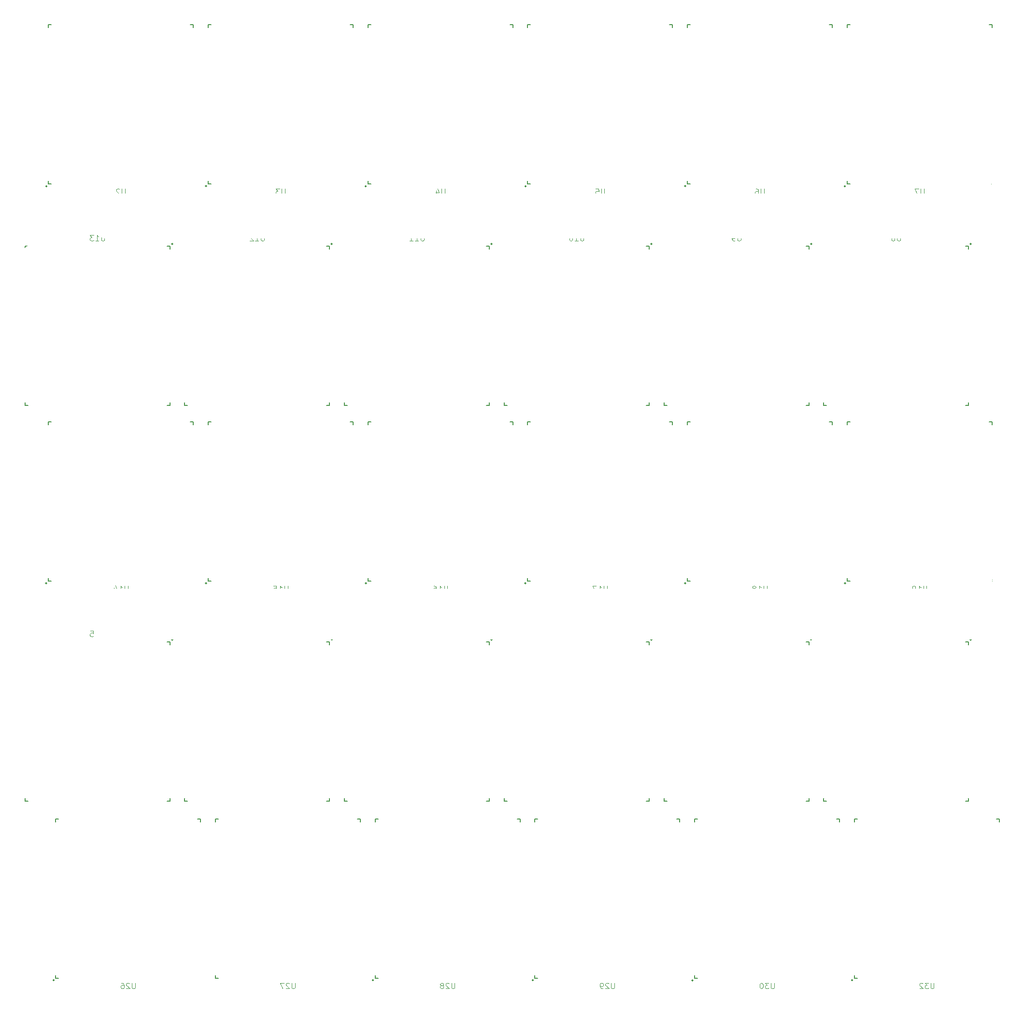
<source format=gbr>
%TF.GenerationSoftware,KiCad,Pcbnew,5.1.8-db9833491~88~ubuntu20.04.1*%
%TF.CreationDate,2020-12-02T17:03:32+01:00*%
%TF.ProjectId,motherboard,6d6f7468-6572-4626-9f61-72642e6b6963,rev?*%
%TF.SameCoordinates,Original*%
%TF.FileFunction,Legend,Bot*%
%TF.FilePolarity,Positive*%
%FSLAX46Y46*%
G04 Gerber Fmt 4.6, Leading zero omitted, Abs format (unit mm)*
G04 Created by KiCad (PCBNEW 5.1.8-db9833491~88~ubuntu20.04.1) date 2020-12-02 17:03:32*
%MOMM*%
%LPD*%
G01*
G04 APERTURE LIST*
%ADD10C,0.200000*%
%ADD11C,0.100000*%
%ADD12C,2.000000*%
%ADD13C,3.500000*%
%ADD14C,1.524000*%
%ADD15C,6.200000*%
%ADD16R,1.524000X1.524000*%
%ADD17O,1.400000X3.400000*%
%ADD18C,8.000000*%
%ADD19O,1.700000X1.700000*%
%ADD20R,1.700000X1.700000*%
%ADD21O,2.000000X1.700000*%
%ADD22O,1.950000X1.700000*%
%ADD23C,2.020000*%
%ADD24O,1.400000X1.400000*%
%ADD25C,1.400000*%
%ADD26O,1.700000X1.950000*%
%ADD27C,2.400000*%
G04 APERTURE END LIST*
D10*
%TO.C,U9*%
X177755000Y-169611000D02*
X177247000Y-169611000D01*
X177755000Y-169611000D02*
X177755000Y-169103000D01*
X152355000Y-169611000D02*
X152863000Y-169611000D01*
X152355000Y-169611000D02*
X152355000Y-169103000D01*
X152355000Y-141671000D02*
X152863000Y-141671000D01*
X152355000Y-141671000D02*
X152355000Y-142179000D01*
X177755000Y-141671000D02*
X177247000Y-141671000D01*
X177755000Y-141671000D02*
X177755000Y-142179000D01*
X178263000Y-141290000D02*
G75*
G03*
X178263000Y-141290000I-127000J0D01*
G01*
%TO.C,U7*%
X184465000Y-102836000D02*
X184973000Y-102836000D01*
X184465000Y-102836000D02*
X184465000Y-103344000D01*
X209865000Y-102836000D02*
X209357000Y-102836000D01*
X209865000Y-102836000D02*
X209865000Y-103344000D01*
X209865000Y-130776000D02*
X209357000Y-130776000D01*
X209865000Y-130776000D02*
X209865000Y-130268000D01*
X184465000Y-130776000D02*
X184973000Y-130776000D01*
X184465000Y-130776000D02*
X184465000Y-130268000D01*
X184211000Y-131157000D02*
G75*
G03*
X184211000Y-131157000I-127000J0D01*
G01*
%TO.C,U8*%
X205755000Y-169611000D02*
X205247000Y-169611000D01*
X205755000Y-169611000D02*
X205755000Y-169103000D01*
X180355000Y-169611000D02*
X180863000Y-169611000D01*
X180355000Y-169611000D02*
X180355000Y-169103000D01*
X180355000Y-141671000D02*
X180863000Y-141671000D01*
X180355000Y-141671000D02*
X180355000Y-142179000D01*
X205755000Y-141671000D02*
X205247000Y-141671000D01*
X205755000Y-141671000D02*
X205755000Y-142179000D01*
X206263000Y-141290000D02*
G75*
G03*
X206263000Y-141290000I-127000J0D01*
G01*
%TO.C,U11*%
X121755000Y-169611000D02*
X121247000Y-169611000D01*
X121755000Y-169611000D02*
X121755000Y-169103000D01*
X96355000Y-169611000D02*
X96863000Y-169611000D01*
X96355000Y-169611000D02*
X96355000Y-169103000D01*
X96355000Y-141671000D02*
X96863000Y-141671000D01*
X96355000Y-141671000D02*
X96355000Y-142179000D01*
X121755000Y-141671000D02*
X121247000Y-141671000D01*
X121755000Y-141671000D02*
X121755000Y-142179000D01*
X122263000Y-141290000D02*
G75*
G03*
X122263000Y-141290000I-127000J0D01*
G01*
%TO.C,U19*%
X184465000Y-172486000D02*
X184973000Y-172486000D01*
X184465000Y-172486000D02*
X184465000Y-172994000D01*
X209865000Y-172486000D02*
X209357000Y-172486000D01*
X209865000Y-172486000D02*
X209865000Y-172994000D01*
X209865000Y-200426000D02*
X209357000Y-200426000D01*
X209865000Y-200426000D02*
X209865000Y-199918000D01*
X184465000Y-200426000D02*
X184973000Y-200426000D01*
X184465000Y-200426000D02*
X184465000Y-199918000D01*
X184211000Y-200807000D02*
G75*
G03*
X184211000Y-200807000I-127000J0D01*
G01*
%TO.C,U18*%
X156465000Y-172486000D02*
X156973000Y-172486000D01*
X156465000Y-172486000D02*
X156465000Y-172994000D01*
X181865000Y-172486000D02*
X181357000Y-172486000D01*
X181865000Y-172486000D02*
X181865000Y-172994000D01*
X181865000Y-200426000D02*
X181357000Y-200426000D01*
X181865000Y-200426000D02*
X181865000Y-199918000D01*
X156465000Y-200426000D02*
X156973000Y-200426000D01*
X156465000Y-200426000D02*
X156465000Y-199918000D01*
X156211000Y-200807000D02*
G75*
G03*
X156211000Y-200807000I-127000J0D01*
G01*
%TO.C,U17*%
X128465000Y-172486000D02*
X128973000Y-172486000D01*
X128465000Y-172486000D02*
X128465000Y-172994000D01*
X153865000Y-172486000D02*
X153357000Y-172486000D01*
X153865000Y-172486000D02*
X153865000Y-172994000D01*
X153865000Y-200426000D02*
X153357000Y-200426000D01*
X153865000Y-200426000D02*
X153865000Y-199918000D01*
X128465000Y-200426000D02*
X128973000Y-200426000D01*
X128465000Y-200426000D02*
X128465000Y-199918000D01*
X128211000Y-200807000D02*
G75*
G03*
X128211000Y-200807000I-127000J0D01*
G01*
%TO.C,U22*%
X149755000Y-239026000D02*
X149247000Y-239026000D01*
X149755000Y-239026000D02*
X149755000Y-238518000D01*
X124355000Y-239026000D02*
X124863000Y-239026000D01*
X124355000Y-239026000D02*
X124355000Y-238518000D01*
X124355000Y-211086000D02*
X124863000Y-211086000D01*
X124355000Y-211086000D02*
X124355000Y-211594000D01*
X149755000Y-211086000D02*
X149247000Y-211086000D01*
X149755000Y-211086000D02*
X149755000Y-211594000D01*
X150263000Y-210705000D02*
G75*
G03*
X150263000Y-210705000I-127000J0D01*
G01*
%TO.C,U24*%
X93755000Y-239026000D02*
X93247000Y-239026000D01*
X93755000Y-239026000D02*
X93755000Y-238518000D01*
X68355000Y-239026000D02*
X68863000Y-239026000D01*
X68355000Y-239026000D02*
X68355000Y-238518000D01*
X68355000Y-211086000D02*
X68863000Y-211086000D01*
X68355000Y-211086000D02*
X68355000Y-211594000D01*
X93755000Y-211086000D02*
X93247000Y-211086000D01*
X93755000Y-211086000D02*
X93755000Y-211594000D01*
X94263000Y-210705000D02*
G75*
G03*
X94263000Y-210705000I-127000J0D01*
G01*
%TO.C,U23*%
X121755000Y-239026000D02*
X121247000Y-239026000D01*
X121755000Y-239026000D02*
X121755000Y-238518000D01*
X96355000Y-239026000D02*
X96863000Y-239026000D01*
X96355000Y-239026000D02*
X96355000Y-238518000D01*
X96355000Y-211086000D02*
X96863000Y-211086000D01*
X96355000Y-211086000D02*
X96355000Y-211594000D01*
X121755000Y-211086000D02*
X121247000Y-211086000D01*
X121755000Y-211086000D02*
X121755000Y-211594000D01*
X122263000Y-210705000D02*
G75*
G03*
X122263000Y-210705000I-127000J0D01*
G01*
%TO.C,U30*%
X157735000Y-242136000D02*
X158243000Y-242136000D01*
X157735000Y-242136000D02*
X157735000Y-242644000D01*
X183135000Y-242136000D02*
X182627000Y-242136000D01*
X183135000Y-242136000D02*
X183135000Y-242644000D01*
X183135000Y-270076000D02*
X182627000Y-270076000D01*
X183135000Y-270076000D02*
X183135000Y-269568000D01*
X157735000Y-270076000D02*
X158243000Y-270076000D01*
X157735000Y-270076000D02*
X157735000Y-269568000D01*
X157481000Y-270457000D02*
G75*
G03*
X157481000Y-270457000I-127000J0D01*
G01*
%TO.C,U29*%
X129735000Y-242136000D02*
X130243000Y-242136000D01*
X129735000Y-242136000D02*
X129735000Y-242644000D01*
X155135000Y-242136000D02*
X154627000Y-242136000D01*
X155135000Y-242136000D02*
X155135000Y-242644000D01*
X155135000Y-270076000D02*
X154627000Y-270076000D01*
X155135000Y-270076000D02*
X155135000Y-269568000D01*
X129735000Y-270076000D02*
X130243000Y-270076000D01*
X129735000Y-270076000D02*
X129735000Y-269568000D01*
X129481000Y-270457000D02*
G75*
G03*
X129481000Y-270457000I-127000J0D01*
G01*
%TO.C,U25*%
X65755000Y-239026000D02*
X65247000Y-239026000D01*
X65755000Y-239026000D02*
X65755000Y-238518000D01*
X40355000Y-239026000D02*
X40863000Y-239026000D01*
X40355000Y-239026000D02*
X40355000Y-238518000D01*
X40355000Y-211086000D02*
X40863000Y-211086000D01*
X40355000Y-211086000D02*
X40355000Y-211594000D01*
X65755000Y-211086000D02*
X65247000Y-211086000D01*
X65755000Y-211086000D02*
X65755000Y-211594000D01*
X66263000Y-210705000D02*
G75*
G03*
X66263000Y-210705000I-127000J0D01*
G01*
%TO.C,U2*%
X44465000Y-102836000D02*
X44973000Y-102836000D01*
X44465000Y-102836000D02*
X44465000Y-103344000D01*
X69865000Y-102836000D02*
X69357000Y-102836000D01*
X69865000Y-102836000D02*
X69865000Y-103344000D01*
X69865000Y-130776000D02*
X69357000Y-130776000D01*
X69865000Y-130776000D02*
X69865000Y-130268000D01*
X44465000Y-130776000D02*
X44973000Y-130776000D01*
X44465000Y-130776000D02*
X44465000Y-130268000D01*
X44211000Y-131157000D02*
G75*
G03*
X44211000Y-131157000I-127000J0D01*
G01*
%TO.C,U32*%
X185735000Y-242136000D02*
X186243000Y-242136000D01*
X185735000Y-242136000D02*
X185735000Y-242644000D01*
X211135000Y-242136000D02*
X210627000Y-242136000D01*
X211135000Y-242136000D02*
X211135000Y-242644000D01*
X211135000Y-270076000D02*
X210627000Y-270076000D01*
X211135000Y-270076000D02*
X211135000Y-269568000D01*
X185735000Y-270076000D02*
X186243000Y-270076000D01*
X185735000Y-270076000D02*
X185735000Y-269568000D01*
X185481000Y-270457000D02*
G75*
G03*
X185481000Y-270457000I-127000J0D01*
G01*
%TO.C,U28*%
X101735000Y-242136000D02*
X102243000Y-242136000D01*
X101735000Y-242136000D02*
X101735000Y-242644000D01*
X127135000Y-242136000D02*
X126627000Y-242136000D01*
X127135000Y-242136000D02*
X127135000Y-242644000D01*
X127135000Y-270076000D02*
X126627000Y-270076000D01*
X127135000Y-270076000D02*
X127135000Y-269568000D01*
X101735000Y-270076000D02*
X102243000Y-270076000D01*
X101735000Y-270076000D02*
X101735000Y-269568000D01*
X101481000Y-270457000D02*
G75*
G03*
X101481000Y-270457000I-127000J0D01*
G01*
%TO.C,U27*%
X73735000Y-242136000D02*
X74243000Y-242136000D01*
X73735000Y-242136000D02*
X73735000Y-242644000D01*
X99135000Y-242136000D02*
X98627000Y-242136000D01*
X99135000Y-242136000D02*
X99135000Y-242644000D01*
X99135000Y-270076000D02*
X98627000Y-270076000D01*
X99135000Y-270076000D02*
X99135000Y-269568000D01*
X73735000Y-270076000D02*
X74243000Y-270076000D01*
X73735000Y-270076000D02*
X73735000Y-269568000D01*
X73481000Y-270457000D02*
G75*
G03*
X73481000Y-270457000I-127000J0D01*
G01*
%TO.C,U26*%
X45735000Y-242136000D02*
X46243000Y-242136000D01*
X45735000Y-242136000D02*
X45735000Y-242644000D01*
X71135000Y-242136000D02*
X70627000Y-242136000D01*
X71135000Y-242136000D02*
X71135000Y-242644000D01*
X71135000Y-270076000D02*
X70627000Y-270076000D01*
X71135000Y-270076000D02*
X71135000Y-269568000D01*
X45735000Y-270076000D02*
X46243000Y-270076000D01*
X45735000Y-270076000D02*
X45735000Y-269568000D01*
X45481000Y-270457000D02*
G75*
G03*
X45481000Y-270457000I-127000J0D01*
G01*
%TO.C,U21*%
X177755000Y-239026000D02*
X177247000Y-239026000D01*
X177755000Y-239026000D02*
X177755000Y-238518000D01*
X152355000Y-239026000D02*
X152863000Y-239026000D01*
X152355000Y-239026000D02*
X152355000Y-238518000D01*
X152355000Y-211086000D02*
X152863000Y-211086000D01*
X152355000Y-211086000D02*
X152355000Y-211594000D01*
X177755000Y-211086000D02*
X177247000Y-211086000D01*
X177755000Y-211086000D02*
X177755000Y-211594000D01*
X178263000Y-210705000D02*
G75*
G03*
X178263000Y-210705000I-127000J0D01*
G01*
%TO.C,U20*%
X205755000Y-239026000D02*
X205247000Y-239026000D01*
X205755000Y-239026000D02*
X205755000Y-238518000D01*
X180355000Y-239026000D02*
X180863000Y-239026000D01*
X180355000Y-239026000D02*
X180355000Y-238518000D01*
X180355000Y-211086000D02*
X180863000Y-211086000D01*
X180355000Y-211086000D02*
X180355000Y-211594000D01*
X205755000Y-211086000D02*
X205247000Y-211086000D01*
X205755000Y-211086000D02*
X205755000Y-211594000D01*
X206263000Y-210705000D02*
G75*
G03*
X206263000Y-210705000I-127000J0D01*
G01*
%TO.C,U16*%
X100465000Y-172486000D02*
X100973000Y-172486000D01*
X100465000Y-172486000D02*
X100465000Y-172994000D01*
X125865000Y-172486000D02*
X125357000Y-172486000D01*
X125865000Y-172486000D02*
X125865000Y-172994000D01*
X125865000Y-200426000D02*
X125357000Y-200426000D01*
X125865000Y-200426000D02*
X125865000Y-199918000D01*
X100465000Y-200426000D02*
X100973000Y-200426000D01*
X100465000Y-200426000D02*
X100465000Y-199918000D01*
X100211000Y-200807000D02*
G75*
G03*
X100211000Y-200807000I-127000J0D01*
G01*
%TO.C,U15*%
X72465000Y-172486000D02*
X72973000Y-172486000D01*
X72465000Y-172486000D02*
X72465000Y-172994000D01*
X97865000Y-172486000D02*
X97357000Y-172486000D01*
X97865000Y-172486000D02*
X97865000Y-172994000D01*
X97865000Y-200426000D02*
X97357000Y-200426000D01*
X97865000Y-200426000D02*
X97865000Y-199918000D01*
X72465000Y-200426000D02*
X72973000Y-200426000D01*
X72465000Y-200426000D02*
X72465000Y-199918000D01*
X72211000Y-200807000D02*
G75*
G03*
X72211000Y-200807000I-127000J0D01*
G01*
%TO.C,U14*%
X44465000Y-172486000D02*
X44973000Y-172486000D01*
X44465000Y-172486000D02*
X44465000Y-172994000D01*
X69865000Y-172486000D02*
X69357000Y-172486000D01*
X69865000Y-172486000D02*
X69865000Y-172994000D01*
X69865000Y-200426000D02*
X69357000Y-200426000D01*
X69865000Y-200426000D02*
X69865000Y-199918000D01*
X44465000Y-200426000D02*
X44973000Y-200426000D01*
X44465000Y-200426000D02*
X44465000Y-199918000D01*
X44211000Y-200807000D02*
G75*
G03*
X44211000Y-200807000I-127000J0D01*
G01*
%TO.C,U13*%
X65755000Y-169611000D02*
X65247000Y-169611000D01*
X65755000Y-169611000D02*
X65755000Y-169103000D01*
X40355000Y-169611000D02*
X40863000Y-169611000D01*
X40355000Y-169611000D02*
X40355000Y-169103000D01*
X40355000Y-141671000D02*
X40863000Y-141671000D01*
X40355000Y-141671000D02*
X40355000Y-142179000D01*
X65755000Y-141671000D02*
X65247000Y-141671000D01*
X65755000Y-141671000D02*
X65755000Y-142179000D01*
X66263000Y-141290000D02*
G75*
G03*
X66263000Y-141290000I-127000J0D01*
G01*
%TO.C,U12*%
X93755000Y-169611000D02*
X93247000Y-169611000D01*
X93755000Y-169611000D02*
X93755000Y-169103000D01*
X68355000Y-169611000D02*
X68863000Y-169611000D01*
X68355000Y-169611000D02*
X68355000Y-169103000D01*
X68355000Y-141671000D02*
X68863000Y-141671000D01*
X68355000Y-141671000D02*
X68355000Y-142179000D01*
X93755000Y-141671000D02*
X93247000Y-141671000D01*
X93755000Y-141671000D02*
X93755000Y-142179000D01*
X94263000Y-141290000D02*
G75*
G03*
X94263000Y-141290000I-127000J0D01*
G01*
%TO.C,U10*%
X149755000Y-169611000D02*
X149247000Y-169611000D01*
X149755000Y-169611000D02*
X149755000Y-169103000D01*
X124355000Y-169611000D02*
X124863000Y-169611000D01*
X124355000Y-169611000D02*
X124355000Y-169103000D01*
X124355000Y-141671000D02*
X124863000Y-141671000D01*
X124355000Y-141671000D02*
X124355000Y-142179000D01*
X149755000Y-141671000D02*
X149247000Y-141671000D01*
X149755000Y-141671000D02*
X149755000Y-142179000D01*
X150263000Y-141290000D02*
G75*
G03*
X150263000Y-141290000I-127000J0D01*
G01*
%TO.C,U6*%
X156465000Y-102836000D02*
X156973000Y-102836000D01*
X156465000Y-102836000D02*
X156465000Y-103344000D01*
X181865000Y-102836000D02*
X181357000Y-102836000D01*
X181865000Y-102836000D02*
X181865000Y-103344000D01*
X181865000Y-130776000D02*
X181357000Y-130776000D01*
X181865000Y-130776000D02*
X181865000Y-130268000D01*
X156465000Y-130776000D02*
X156973000Y-130776000D01*
X156465000Y-130776000D02*
X156465000Y-130268000D01*
X156211000Y-131157000D02*
G75*
G03*
X156211000Y-131157000I-127000J0D01*
G01*
%TO.C,U5*%
X128465000Y-102836000D02*
X128973000Y-102836000D01*
X128465000Y-102836000D02*
X128465000Y-103344000D01*
X153865000Y-102836000D02*
X153357000Y-102836000D01*
X153865000Y-102836000D02*
X153865000Y-103344000D01*
X153865000Y-130776000D02*
X153357000Y-130776000D01*
X153865000Y-130776000D02*
X153865000Y-130268000D01*
X128465000Y-130776000D02*
X128973000Y-130776000D01*
X128465000Y-130776000D02*
X128465000Y-130268000D01*
X128211000Y-131157000D02*
G75*
G03*
X128211000Y-131157000I-127000J0D01*
G01*
%TO.C,U4*%
X100465000Y-102836000D02*
X100973000Y-102836000D01*
X100465000Y-102836000D02*
X100465000Y-103344000D01*
X125865000Y-102836000D02*
X125357000Y-102836000D01*
X125865000Y-102836000D02*
X125865000Y-103344000D01*
X125865000Y-130776000D02*
X125357000Y-130776000D01*
X125865000Y-130776000D02*
X125865000Y-130268000D01*
X100465000Y-130776000D02*
X100973000Y-130776000D01*
X100465000Y-130776000D02*
X100465000Y-130268000D01*
X100211000Y-131157000D02*
G75*
G03*
X100211000Y-131157000I-127000J0D01*
G01*
%TO.C,U3*%
X72465000Y-102836000D02*
X72973000Y-102836000D01*
X72465000Y-102836000D02*
X72465000Y-103344000D01*
X97865000Y-102836000D02*
X97357000Y-102836000D01*
X97865000Y-102836000D02*
X97865000Y-103344000D01*
X97865000Y-130776000D02*
X97357000Y-130776000D01*
X97865000Y-130776000D02*
X97865000Y-130268000D01*
X72465000Y-130776000D02*
X72973000Y-130776000D01*
X72465000Y-130776000D02*
X72465000Y-130268000D01*
X72211000Y-131157000D02*
G75*
G03*
X72211000Y-131157000I-127000J0D01*
G01*
%TO.C,U9*%
D11*
X165816904Y-139726380D02*
X165816904Y-140535904D01*
X165769285Y-140631142D01*
X165721666Y-140678761D01*
X165626428Y-140726380D01*
X165435952Y-140726380D01*
X165340714Y-140678761D01*
X165293095Y-140631142D01*
X165245476Y-140535904D01*
X165245476Y-139726380D01*
X164721666Y-140726380D02*
X164531190Y-140726380D01*
X164435952Y-140678761D01*
X164388333Y-140631142D01*
X164293095Y-140488285D01*
X164245476Y-140297809D01*
X164245476Y-139916857D01*
X164293095Y-139821619D01*
X164340714Y-139774000D01*
X164435952Y-139726380D01*
X164626428Y-139726380D01*
X164721666Y-139774000D01*
X164769285Y-139821619D01*
X164816904Y-139916857D01*
X164816904Y-140154952D01*
X164769285Y-140250190D01*
X164721666Y-140297809D01*
X164626428Y-140345428D01*
X164435952Y-140345428D01*
X164340714Y-140297809D01*
X164293095Y-140250190D01*
X164245476Y-140154952D01*
%TO.C,U7*%
X197926904Y-131625380D02*
X197926904Y-132434904D01*
X197879285Y-132530142D01*
X197831666Y-132577761D01*
X197736428Y-132625380D01*
X197545952Y-132625380D01*
X197450714Y-132577761D01*
X197403095Y-132530142D01*
X197355476Y-132434904D01*
X197355476Y-131625380D01*
X196974523Y-131625380D02*
X196307857Y-131625380D01*
X196736428Y-132625380D01*
%TO.C,U8*%
X193816904Y-139726380D02*
X193816904Y-140535904D01*
X193769285Y-140631142D01*
X193721666Y-140678761D01*
X193626428Y-140726380D01*
X193435952Y-140726380D01*
X193340714Y-140678761D01*
X193293095Y-140631142D01*
X193245476Y-140535904D01*
X193245476Y-139726380D01*
X192626428Y-140154952D02*
X192721666Y-140107333D01*
X192769285Y-140059714D01*
X192816904Y-139964476D01*
X192816904Y-139916857D01*
X192769285Y-139821619D01*
X192721666Y-139774000D01*
X192626428Y-139726380D01*
X192435952Y-139726380D01*
X192340714Y-139774000D01*
X192293095Y-139821619D01*
X192245476Y-139916857D01*
X192245476Y-139964476D01*
X192293095Y-140059714D01*
X192340714Y-140107333D01*
X192435952Y-140154952D01*
X192626428Y-140154952D01*
X192721666Y-140202571D01*
X192769285Y-140250190D01*
X192816904Y-140345428D01*
X192816904Y-140535904D01*
X192769285Y-140631142D01*
X192721666Y-140678761D01*
X192626428Y-140726380D01*
X192435952Y-140726380D01*
X192340714Y-140678761D01*
X192293095Y-140631142D01*
X192245476Y-140535904D01*
X192245476Y-140345428D01*
X192293095Y-140250190D01*
X192340714Y-140202571D01*
X192435952Y-140154952D01*
%TO.C,U11*%
X110293095Y-139726380D02*
X110293095Y-140535904D01*
X110245476Y-140631142D01*
X110197857Y-140678761D01*
X110102619Y-140726380D01*
X109912142Y-140726380D01*
X109816904Y-140678761D01*
X109769285Y-140631142D01*
X109721666Y-140535904D01*
X109721666Y-139726380D01*
X108721666Y-140726380D02*
X109293095Y-140726380D01*
X109007380Y-140726380D02*
X109007380Y-139726380D01*
X109102619Y-139869238D01*
X109197857Y-139964476D01*
X109293095Y-140012095D01*
X107769285Y-140726380D02*
X108340714Y-140726380D01*
X108055000Y-140726380D02*
X108055000Y-139726380D01*
X108150238Y-139869238D01*
X108245476Y-139964476D01*
X108340714Y-140012095D01*
%TO.C,U19*%
X198403095Y-201275380D02*
X198403095Y-202084904D01*
X198355476Y-202180142D01*
X198307857Y-202227761D01*
X198212619Y-202275380D01*
X198022142Y-202275380D01*
X197926904Y-202227761D01*
X197879285Y-202180142D01*
X197831666Y-202084904D01*
X197831666Y-201275380D01*
X196831666Y-202275380D02*
X197403095Y-202275380D01*
X197117380Y-202275380D02*
X197117380Y-201275380D01*
X197212619Y-201418238D01*
X197307857Y-201513476D01*
X197403095Y-201561095D01*
X196355476Y-202275380D02*
X196165000Y-202275380D01*
X196069761Y-202227761D01*
X196022142Y-202180142D01*
X195926904Y-202037285D01*
X195879285Y-201846809D01*
X195879285Y-201465857D01*
X195926904Y-201370619D01*
X195974523Y-201323000D01*
X196069761Y-201275380D01*
X196260238Y-201275380D01*
X196355476Y-201323000D01*
X196403095Y-201370619D01*
X196450714Y-201465857D01*
X196450714Y-201703952D01*
X196403095Y-201799190D01*
X196355476Y-201846809D01*
X196260238Y-201894428D01*
X196069761Y-201894428D01*
X195974523Y-201846809D01*
X195926904Y-201799190D01*
X195879285Y-201703952D01*
%TO.C,U18*%
X170403095Y-201275380D02*
X170403095Y-202084904D01*
X170355476Y-202180142D01*
X170307857Y-202227761D01*
X170212619Y-202275380D01*
X170022142Y-202275380D01*
X169926904Y-202227761D01*
X169879285Y-202180142D01*
X169831666Y-202084904D01*
X169831666Y-201275380D01*
X168831666Y-202275380D02*
X169403095Y-202275380D01*
X169117380Y-202275380D02*
X169117380Y-201275380D01*
X169212619Y-201418238D01*
X169307857Y-201513476D01*
X169403095Y-201561095D01*
X168260238Y-201703952D02*
X168355476Y-201656333D01*
X168403095Y-201608714D01*
X168450714Y-201513476D01*
X168450714Y-201465857D01*
X168403095Y-201370619D01*
X168355476Y-201323000D01*
X168260238Y-201275380D01*
X168069761Y-201275380D01*
X167974523Y-201323000D01*
X167926904Y-201370619D01*
X167879285Y-201465857D01*
X167879285Y-201513476D01*
X167926904Y-201608714D01*
X167974523Y-201656333D01*
X168069761Y-201703952D01*
X168260238Y-201703952D01*
X168355476Y-201751571D01*
X168403095Y-201799190D01*
X168450714Y-201894428D01*
X168450714Y-202084904D01*
X168403095Y-202180142D01*
X168355476Y-202227761D01*
X168260238Y-202275380D01*
X168069761Y-202275380D01*
X167974523Y-202227761D01*
X167926904Y-202180142D01*
X167879285Y-202084904D01*
X167879285Y-201894428D01*
X167926904Y-201799190D01*
X167974523Y-201751571D01*
X168069761Y-201703952D01*
%TO.C,U17*%
X142403095Y-201275380D02*
X142403095Y-202084904D01*
X142355476Y-202180142D01*
X142307857Y-202227761D01*
X142212619Y-202275380D01*
X142022142Y-202275380D01*
X141926904Y-202227761D01*
X141879285Y-202180142D01*
X141831666Y-202084904D01*
X141831666Y-201275380D01*
X140831666Y-202275380D02*
X141403095Y-202275380D01*
X141117380Y-202275380D02*
X141117380Y-201275380D01*
X141212619Y-201418238D01*
X141307857Y-201513476D01*
X141403095Y-201561095D01*
X140498333Y-201275380D02*
X139831666Y-201275380D01*
X140260238Y-202275380D01*
%TO.C,U22*%
X138293095Y-209141380D02*
X138293095Y-209950904D01*
X138245476Y-210046142D01*
X138197857Y-210093761D01*
X138102619Y-210141380D01*
X137912142Y-210141380D01*
X137816904Y-210093761D01*
X137769285Y-210046142D01*
X137721666Y-209950904D01*
X137721666Y-209141380D01*
X137293095Y-209236619D02*
X137245476Y-209189000D01*
X137150238Y-209141380D01*
X136912142Y-209141380D01*
X136816904Y-209189000D01*
X136769285Y-209236619D01*
X136721666Y-209331857D01*
X136721666Y-209427095D01*
X136769285Y-209569952D01*
X137340714Y-210141380D01*
X136721666Y-210141380D01*
X136340714Y-209236619D02*
X136293095Y-209189000D01*
X136197857Y-209141380D01*
X135959761Y-209141380D01*
X135864523Y-209189000D01*
X135816904Y-209236619D01*
X135769285Y-209331857D01*
X135769285Y-209427095D01*
X135816904Y-209569952D01*
X136388333Y-210141380D01*
X135769285Y-210141380D01*
%TO.C,U24*%
X82293095Y-209141380D02*
X82293095Y-209950904D01*
X82245476Y-210046142D01*
X82197857Y-210093761D01*
X82102619Y-210141380D01*
X81912142Y-210141380D01*
X81816904Y-210093761D01*
X81769285Y-210046142D01*
X81721666Y-209950904D01*
X81721666Y-209141380D01*
X81293095Y-209236619D02*
X81245476Y-209189000D01*
X81150238Y-209141380D01*
X80912142Y-209141380D01*
X80816904Y-209189000D01*
X80769285Y-209236619D01*
X80721666Y-209331857D01*
X80721666Y-209427095D01*
X80769285Y-209569952D01*
X81340714Y-210141380D01*
X80721666Y-210141380D01*
X79864523Y-209474714D02*
X79864523Y-210141380D01*
X80102619Y-209093761D02*
X80340714Y-209808047D01*
X79721666Y-209808047D01*
%TO.C,U23*%
X110293095Y-209141380D02*
X110293095Y-209950904D01*
X110245476Y-210046142D01*
X110197857Y-210093761D01*
X110102619Y-210141380D01*
X109912142Y-210141380D01*
X109816904Y-210093761D01*
X109769285Y-210046142D01*
X109721666Y-209950904D01*
X109721666Y-209141380D01*
X109293095Y-209236619D02*
X109245476Y-209189000D01*
X109150238Y-209141380D01*
X108912142Y-209141380D01*
X108816904Y-209189000D01*
X108769285Y-209236619D01*
X108721666Y-209331857D01*
X108721666Y-209427095D01*
X108769285Y-209569952D01*
X109340714Y-210141380D01*
X108721666Y-210141380D01*
X108388333Y-209141380D02*
X107769285Y-209141380D01*
X108102619Y-209522333D01*
X107959761Y-209522333D01*
X107864523Y-209569952D01*
X107816904Y-209617571D01*
X107769285Y-209712809D01*
X107769285Y-209950904D01*
X107816904Y-210046142D01*
X107864523Y-210093761D01*
X107959761Y-210141380D01*
X108245476Y-210141380D01*
X108340714Y-210093761D01*
X108388333Y-210046142D01*
%TO.C,U30*%
X171673095Y-270925380D02*
X171673095Y-271734904D01*
X171625476Y-271830142D01*
X171577857Y-271877761D01*
X171482619Y-271925380D01*
X171292142Y-271925380D01*
X171196904Y-271877761D01*
X171149285Y-271830142D01*
X171101666Y-271734904D01*
X171101666Y-270925380D01*
X170720714Y-270925380D02*
X170101666Y-270925380D01*
X170435000Y-271306333D01*
X170292142Y-271306333D01*
X170196904Y-271353952D01*
X170149285Y-271401571D01*
X170101666Y-271496809D01*
X170101666Y-271734904D01*
X170149285Y-271830142D01*
X170196904Y-271877761D01*
X170292142Y-271925380D01*
X170577857Y-271925380D01*
X170673095Y-271877761D01*
X170720714Y-271830142D01*
X169482619Y-270925380D02*
X169387380Y-270925380D01*
X169292142Y-270973000D01*
X169244523Y-271020619D01*
X169196904Y-271115857D01*
X169149285Y-271306333D01*
X169149285Y-271544428D01*
X169196904Y-271734904D01*
X169244523Y-271830142D01*
X169292142Y-271877761D01*
X169387380Y-271925380D01*
X169482619Y-271925380D01*
X169577857Y-271877761D01*
X169625476Y-271830142D01*
X169673095Y-271734904D01*
X169720714Y-271544428D01*
X169720714Y-271306333D01*
X169673095Y-271115857D01*
X169625476Y-271020619D01*
X169577857Y-270973000D01*
X169482619Y-270925380D01*
%TO.C,U29*%
X143673095Y-270925380D02*
X143673095Y-271734904D01*
X143625476Y-271830142D01*
X143577857Y-271877761D01*
X143482619Y-271925380D01*
X143292142Y-271925380D01*
X143196904Y-271877761D01*
X143149285Y-271830142D01*
X143101666Y-271734904D01*
X143101666Y-270925380D01*
X142673095Y-271020619D02*
X142625476Y-270973000D01*
X142530238Y-270925380D01*
X142292142Y-270925380D01*
X142196904Y-270973000D01*
X142149285Y-271020619D01*
X142101666Y-271115857D01*
X142101666Y-271211095D01*
X142149285Y-271353952D01*
X142720714Y-271925380D01*
X142101666Y-271925380D01*
X141625476Y-271925380D02*
X141435000Y-271925380D01*
X141339761Y-271877761D01*
X141292142Y-271830142D01*
X141196904Y-271687285D01*
X141149285Y-271496809D01*
X141149285Y-271115857D01*
X141196904Y-271020619D01*
X141244523Y-270973000D01*
X141339761Y-270925380D01*
X141530238Y-270925380D01*
X141625476Y-270973000D01*
X141673095Y-271020619D01*
X141720714Y-271115857D01*
X141720714Y-271353952D01*
X141673095Y-271449190D01*
X141625476Y-271496809D01*
X141530238Y-271544428D01*
X141339761Y-271544428D01*
X141244523Y-271496809D01*
X141196904Y-271449190D01*
X141149285Y-271353952D01*
%TO.C,U25*%
X54293095Y-209141380D02*
X54293095Y-209950904D01*
X54245476Y-210046142D01*
X54197857Y-210093761D01*
X54102619Y-210141380D01*
X53912142Y-210141380D01*
X53816904Y-210093761D01*
X53769285Y-210046142D01*
X53721666Y-209950904D01*
X53721666Y-209141380D01*
X53293095Y-209236619D02*
X53245476Y-209189000D01*
X53150238Y-209141380D01*
X52912142Y-209141380D01*
X52816904Y-209189000D01*
X52769285Y-209236619D01*
X52721666Y-209331857D01*
X52721666Y-209427095D01*
X52769285Y-209569952D01*
X53340714Y-210141380D01*
X52721666Y-210141380D01*
X51816904Y-209141380D02*
X52293095Y-209141380D01*
X52340714Y-209617571D01*
X52293095Y-209569952D01*
X52197857Y-209522333D01*
X51959761Y-209522333D01*
X51864523Y-209569952D01*
X51816904Y-209617571D01*
X51769285Y-209712809D01*
X51769285Y-209950904D01*
X51816904Y-210046142D01*
X51864523Y-210093761D01*
X51959761Y-210141380D01*
X52197857Y-210141380D01*
X52293095Y-210093761D01*
X52340714Y-210046142D01*
%TO.C,U2*%
X57926904Y-131625380D02*
X57926904Y-132434904D01*
X57879285Y-132530142D01*
X57831666Y-132577761D01*
X57736428Y-132625380D01*
X57545952Y-132625380D01*
X57450714Y-132577761D01*
X57403095Y-132530142D01*
X57355476Y-132434904D01*
X57355476Y-131625380D01*
X56926904Y-131720619D02*
X56879285Y-131673000D01*
X56784047Y-131625380D01*
X56545952Y-131625380D01*
X56450714Y-131673000D01*
X56403095Y-131720619D01*
X56355476Y-131815857D01*
X56355476Y-131911095D01*
X56403095Y-132053952D01*
X56974523Y-132625380D01*
X56355476Y-132625380D01*
%TO.C,U32*%
X199673095Y-270925380D02*
X199673095Y-271734904D01*
X199625476Y-271830142D01*
X199577857Y-271877761D01*
X199482619Y-271925380D01*
X199292142Y-271925380D01*
X199196904Y-271877761D01*
X199149285Y-271830142D01*
X199101666Y-271734904D01*
X199101666Y-270925380D01*
X198720714Y-270925380D02*
X198101666Y-270925380D01*
X198435000Y-271306333D01*
X198292142Y-271306333D01*
X198196904Y-271353952D01*
X198149285Y-271401571D01*
X198101666Y-271496809D01*
X198101666Y-271734904D01*
X198149285Y-271830142D01*
X198196904Y-271877761D01*
X198292142Y-271925380D01*
X198577857Y-271925380D01*
X198673095Y-271877761D01*
X198720714Y-271830142D01*
X197720714Y-271020619D02*
X197673095Y-270973000D01*
X197577857Y-270925380D01*
X197339761Y-270925380D01*
X197244523Y-270973000D01*
X197196904Y-271020619D01*
X197149285Y-271115857D01*
X197149285Y-271211095D01*
X197196904Y-271353952D01*
X197768333Y-271925380D01*
X197149285Y-271925380D01*
%TO.C,U28*%
X115673095Y-270925380D02*
X115673095Y-271734904D01*
X115625476Y-271830142D01*
X115577857Y-271877761D01*
X115482619Y-271925380D01*
X115292142Y-271925380D01*
X115196904Y-271877761D01*
X115149285Y-271830142D01*
X115101666Y-271734904D01*
X115101666Y-270925380D01*
X114673095Y-271020619D02*
X114625476Y-270973000D01*
X114530238Y-270925380D01*
X114292142Y-270925380D01*
X114196904Y-270973000D01*
X114149285Y-271020619D01*
X114101666Y-271115857D01*
X114101666Y-271211095D01*
X114149285Y-271353952D01*
X114720714Y-271925380D01*
X114101666Y-271925380D01*
X113530238Y-271353952D02*
X113625476Y-271306333D01*
X113673095Y-271258714D01*
X113720714Y-271163476D01*
X113720714Y-271115857D01*
X113673095Y-271020619D01*
X113625476Y-270973000D01*
X113530238Y-270925380D01*
X113339761Y-270925380D01*
X113244523Y-270973000D01*
X113196904Y-271020619D01*
X113149285Y-271115857D01*
X113149285Y-271163476D01*
X113196904Y-271258714D01*
X113244523Y-271306333D01*
X113339761Y-271353952D01*
X113530238Y-271353952D01*
X113625476Y-271401571D01*
X113673095Y-271449190D01*
X113720714Y-271544428D01*
X113720714Y-271734904D01*
X113673095Y-271830142D01*
X113625476Y-271877761D01*
X113530238Y-271925380D01*
X113339761Y-271925380D01*
X113244523Y-271877761D01*
X113196904Y-271830142D01*
X113149285Y-271734904D01*
X113149285Y-271544428D01*
X113196904Y-271449190D01*
X113244523Y-271401571D01*
X113339761Y-271353952D01*
%TO.C,U27*%
X87673095Y-270925380D02*
X87673095Y-271734904D01*
X87625476Y-271830142D01*
X87577857Y-271877761D01*
X87482619Y-271925380D01*
X87292142Y-271925380D01*
X87196904Y-271877761D01*
X87149285Y-271830142D01*
X87101666Y-271734904D01*
X87101666Y-270925380D01*
X86673095Y-271020619D02*
X86625476Y-270973000D01*
X86530238Y-270925380D01*
X86292142Y-270925380D01*
X86196904Y-270973000D01*
X86149285Y-271020619D01*
X86101666Y-271115857D01*
X86101666Y-271211095D01*
X86149285Y-271353952D01*
X86720714Y-271925380D01*
X86101666Y-271925380D01*
X85768333Y-270925380D02*
X85101666Y-270925380D01*
X85530238Y-271925380D01*
%TO.C,U26*%
X59673095Y-270925380D02*
X59673095Y-271734904D01*
X59625476Y-271830142D01*
X59577857Y-271877761D01*
X59482619Y-271925380D01*
X59292142Y-271925380D01*
X59196904Y-271877761D01*
X59149285Y-271830142D01*
X59101666Y-271734904D01*
X59101666Y-270925380D01*
X58673095Y-271020619D02*
X58625476Y-270973000D01*
X58530238Y-270925380D01*
X58292142Y-270925380D01*
X58196904Y-270973000D01*
X58149285Y-271020619D01*
X58101666Y-271115857D01*
X58101666Y-271211095D01*
X58149285Y-271353952D01*
X58720714Y-271925380D01*
X58101666Y-271925380D01*
X57244523Y-270925380D02*
X57435000Y-270925380D01*
X57530238Y-270973000D01*
X57577857Y-271020619D01*
X57673095Y-271163476D01*
X57720714Y-271353952D01*
X57720714Y-271734904D01*
X57673095Y-271830142D01*
X57625476Y-271877761D01*
X57530238Y-271925380D01*
X57339761Y-271925380D01*
X57244523Y-271877761D01*
X57196904Y-271830142D01*
X57149285Y-271734904D01*
X57149285Y-271496809D01*
X57196904Y-271401571D01*
X57244523Y-271353952D01*
X57339761Y-271306333D01*
X57530238Y-271306333D01*
X57625476Y-271353952D01*
X57673095Y-271401571D01*
X57720714Y-271496809D01*
%TO.C,U21*%
X166293095Y-209141380D02*
X166293095Y-209950904D01*
X166245476Y-210046142D01*
X166197857Y-210093761D01*
X166102619Y-210141380D01*
X165912142Y-210141380D01*
X165816904Y-210093761D01*
X165769285Y-210046142D01*
X165721666Y-209950904D01*
X165721666Y-209141380D01*
X165293095Y-209236619D02*
X165245476Y-209189000D01*
X165150238Y-209141380D01*
X164912142Y-209141380D01*
X164816904Y-209189000D01*
X164769285Y-209236619D01*
X164721666Y-209331857D01*
X164721666Y-209427095D01*
X164769285Y-209569952D01*
X165340714Y-210141380D01*
X164721666Y-210141380D01*
X163769285Y-210141380D02*
X164340714Y-210141380D01*
X164055000Y-210141380D02*
X164055000Y-209141380D01*
X164150238Y-209284238D01*
X164245476Y-209379476D01*
X164340714Y-209427095D01*
%TO.C,U20*%
X194293095Y-209141380D02*
X194293095Y-209950904D01*
X194245476Y-210046142D01*
X194197857Y-210093761D01*
X194102619Y-210141380D01*
X193912142Y-210141380D01*
X193816904Y-210093761D01*
X193769285Y-210046142D01*
X193721666Y-209950904D01*
X193721666Y-209141380D01*
X193293095Y-209236619D02*
X193245476Y-209189000D01*
X193150238Y-209141380D01*
X192912142Y-209141380D01*
X192816904Y-209189000D01*
X192769285Y-209236619D01*
X192721666Y-209331857D01*
X192721666Y-209427095D01*
X192769285Y-209569952D01*
X193340714Y-210141380D01*
X192721666Y-210141380D01*
X192102619Y-209141380D02*
X192007380Y-209141380D01*
X191912142Y-209189000D01*
X191864523Y-209236619D01*
X191816904Y-209331857D01*
X191769285Y-209522333D01*
X191769285Y-209760428D01*
X191816904Y-209950904D01*
X191864523Y-210046142D01*
X191912142Y-210093761D01*
X192007380Y-210141380D01*
X192102619Y-210141380D01*
X192197857Y-210093761D01*
X192245476Y-210046142D01*
X192293095Y-209950904D01*
X192340714Y-209760428D01*
X192340714Y-209522333D01*
X192293095Y-209331857D01*
X192245476Y-209236619D01*
X192197857Y-209189000D01*
X192102619Y-209141380D01*
%TO.C,U16*%
X114403095Y-201275380D02*
X114403095Y-202084904D01*
X114355476Y-202180142D01*
X114307857Y-202227761D01*
X114212619Y-202275380D01*
X114022142Y-202275380D01*
X113926904Y-202227761D01*
X113879285Y-202180142D01*
X113831666Y-202084904D01*
X113831666Y-201275380D01*
X112831666Y-202275380D02*
X113403095Y-202275380D01*
X113117380Y-202275380D02*
X113117380Y-201275380D01*
X113212619Y-201418238D01*
X113307857Y-201513476D01*
X113403095Y-201561095D01*
X111974523Y-201275380D02*
X112165000Y-201275380D01*
X112260238Y-201323000D01*
X112307857Y-201370619D01*
X112403095Y-201513476D01*
X112450714Y-201703952D01*
X112450714Y-202084904D01*
X112403095Y-202180142D01*
X112355476Y-202227761D01*
X112260238Y-202275380D01*
X112069761Y-202275380D01*
X111974523Y-202227761D01*
X111926904Y-202180142D01*
X111879285Y-202084904D01*
X111879285Y-201846809D01*
X111926904Y-201751571D01*
X111974523Y-201703952D01*
X112069761Y-201656333D01*
X112260238Y-201656333D01*
X112355476Y-201703952D01*
X112403095Y-201751571D01*
X112450714Y-201846809D01*
%TO.C,U15*%
X86403095Y-201275380D02*
X86403095Y-202084904D01*
X86355476Y-202180142D01*
X86307857Y-202227761D01*
X86212619Y-202275380D01*
X86022142Y-202275380D01*
X85926904Y-202227761D01*
X85879285Y-202180142D01*
X85831666Y-202084904D01*
X85831666Y-201275380D01*
X84831666Y-202275380D02*
X85403095Y-202275380D01*
X85117380Y-202275380D02*
X85117380Y-201275380D01*
X85212619Y-201418238D01*
X85307857Y-201513476D01*
X85403095Y-201561095D01*
X83926904Y-201275380D02*
X84403095Y-201275380D01*
X84450714Y-201751571D01*
X84403095Y-201703952D01*
X84307857Y-201656333D01*
X84069761Y-201656333D01*
X83974523Y-201703952D01*
X83926904Y-201751571D01*
X83879285Y-201846809D01*
X83879285Y-202084904D01*
X83926904Y-202180142D01*
X83974523Y-202227761D01*
X84069761Y-202275380D01*
X84307857Y-202275380D01*
X84403095Y-202227761D01*
X84450714Y-202180142D01*
%TO.C,U14*%
X58403095Y-201275380D02*
X58403095Y-202084904D01*
X58355476Y-202180142D01*
X58307857Y-202227761D01*
X58212619Y-202275380D01*
X58022142Y-202275380D01*
X57926904Y-202227761D01*
X57879285Y-202180142D01*
X57831666Y-202084904D01*
X57831666Y-201275380D01*
X56831666Y-202275380D02*
X57403095Y-202275380D01*
X57117380Y-202275380D02*
X57117380Y-201275380D01*
X57212619Y-201418238D01*
X57307857Y-201513476D01*
X57403095Y-201561095D01*
X55974523Y-201608714D02*
X55974523Y-202275380D01*
X56212619Y-201227761D02*
X56450714Y-201942047D01*
X55831666Y-201942047D01*
%TO.C,U13*%
X54293095Y-139726380D02*
X54293095Y-140535904D01*
X54245476Y-140631142D01*
X54197857Y-140678761D01*
X54102619Y-140726380D01*
X53912142Y-140726380D01*
X53816904Y-140678761D01*
X53769285Y-140631142D01*
X53721666Y-140535904D01*
X53721666Y-139726380D01*
X52721666Y-140726380D02*
X53293095Y-140726380D01*
X53007380Y-140726380D02*
X53007380Y-139726380D01*
X53102619Y-139869238D01*
X53197857Y-139964476D01*
X53293095Y-140012095D01*
X52388333Y-139726380D02*
X51769285Y-139726380D01*
X52102619Y-140107333D01*
X51959761Y-140107333D01*
X51864523Y-140154952D01*
X51816904Y-140202571D01*
X51769285Y-140297809D01*
X51769285Y-140535904D01*
X51816904Y-140631142D01*
X51864523Y-140678761D01*
X51959761Y-140726380D01*
X52245476Y-140726380D01*
X52340714Y-140678761D01*
X52388333Y-140631142D01*
%TO.C,U12*%
X82293095Y-139726380D02*
X82293095Y-140535904D01*
X82245476Y-140631142D01*
X82197857Y-140678761D01*
X82102619Y-140726380D01*
X81912142Y-140726380D01*
X81816904Y-140678761D01*
X81769285Y-140631142D01*
X81721666Y-140535904D01*
X81721666Y-139726380D01*
X80721666Y-140726380D02*
X81293095Y-140726380D01*
X81007380Y-140726380D02*
X81007380Y-139726380D01*
X81102619Y-139869238D01*
X81197857Y-139964476D01*
X81293095Y-140012095D01*
X80340714Y-139821619D02*
X80293095Y-139774000D01*
X80197857Y-139726380D01*
X79959761Y-139726380D01*
X79864523Y-139774000D01*
X79816904Y-139821619D01*
X79769285Y-139916857D01*
X79769285Y-140012095D01*
X79816904Y-140154952D01*
X80388333Y-140726380D01*
X79769285Y-140726380D01*
%TO.C,U10*%
X138293095Y-139726380D02*
X138293095Y-140535904D01*
X138245476Y-140631142D01*
X138197857Y-140678761D01*
X138102619Y-140726380D01*
X137912142Y-140726380D01*
X137816904Y-140678761D01*
X137769285Y-140631142D01*
X137721666Y-140535904D01*
X137721666Y-139726380D01*
X136721666Y-140726380D02*
X137293095Y-140726380D01*
X137007380Y-140726380D02*
X137007380Y-139726380D01*
X137102619Y-139869238D01*
X137197857Y-139964476D01*
X137293095Y-140012095D01*
X136102619Y-139726380D02*
X136007380Y-139726380D01*
X135912142Y-139774000D01*
X135864523Y-139821619D01*
X135816904Y-139916857D01*
X135769285Y-140107333D01*
X135769285Y-140345428D01*
X135816904Y-140535904D01*
X135864523Y-140631142D01*
X135912142Y-140678761D01*
X136007380Y-140726380D01*
X136102619Y-140726380D01*
X136197857Y-140678761D01*
X136245476Y-140631142D01*
X136293095Y-140535904D01*
X136340714Y-140345428D01*
X136340714Y-140107333D01*
X136293095Y-139916857D01*
X136245476Y-139821619D01*
X136197857Y-139774000D01*
X136102619Y-139726380D01*
%TO.C,U6*%
X169926904Y-131625380D02*
X169926904Y-132434904D01*
X169879285Y-132530142D01*
X169831666Y-132577761D01*
X169736428Y-132625380D01*
X169545952Y-132625380D01*
X169450714Y-132577761D01*
X169403095Y-132530142D01*
X169355476Y-132434904D01*
X169355476Y-131625380D01*
X168450714Y-131625380D02*
X168641190Y-131625380D01*
X168736428Y-131673000D01*
X168784047Y-131720619D01*
X168879285Y-131863476D01*
X168926904Y-132053952D01*
X168926904Y-132434904D01*
X168879285Y-132530142D01*
X168831666Y-132577761D01*
X168736428Y-132625380D01*
X168545952Y-132625380D01*
X168450714Y-132577761D01*
X168403095Y-132530142D01*
X168355476Y-132434904D01*
X168355476Y-132196809D01*
X168403095Y-132101571D01*
X168450714Y-132053952D01*
X168545952Y-132006333D01*
X168736428Y-132006333D01*
X168831666Y-132053952D01*
X168879285Y-132101571D01*
X168926904Y-132196809D01*
%TO.C,U5*%
X141926904Y-131625380D02*
X141926904Y-132434904D01*
X141879285Y-132530142D01*
X141831666Y-132577761D01*
X141736428Y-132625380D01*
X141545952Y-132625380D01*
X141450714Y-132577761D01*
X141403095Y-132530142D01*
X141355476Y-132434904D01*
X141355476Y-131625380D01*
X140403095Y-131625380D02*
X140879285Y-131625380D01*
X140926904Y-132101571D01*
X140879285Y-132053952D01*
X140784047Y-132006333D01*
X140545952Y-132006333D01*
X140450714Y-132053952D01*
X140403095Y-132101571D01*
X140355476Y-132196809D01*
X140355476Y-132434904D01*
X140403095Y-132530142D01*
X140450714Y-132577761D01*
X140545952Y-132625380D01*
X140784047Y-132625380D01*
X140879285Y-132577761D01*
X140926904Y-132530142D01*
%TO.C,U4*%
X113926904Y-131625380D02*
X113926904Y-132434904D01*
X113879285Y-132530142D01*
X113831666Y-132577761D01*
X113736428Y-132625380D01*
X113545952Y-132625380D01*
X113450714Y-132577761D01*
X113403095Y-132530142D01*
X113355476Y-132434904D01*
X113355476Y-131625380D01*
X112450714Y-131958714D02*
X112450714Y-132625380D01*
X112688809Y-131577761D02*
X112926904Y-132292047D01*
X112307857Y-132292047D01*
%TO.C,U3*%
X85926904Y-131625380D02*
X85926904Y-132434904D01*
X85879285Y-132530142D01*
X85831666Y-132577761D01*
X85736428Y-132625380D01*
X85545952Y-132625380D01*
X85450714Y-132577761D01*
X85403095Y-132530142D01*
X85355476Y-132434904D01*
X85355476Y-131625380D01*
X84974523Y-131625380D02*
X84355476Y-131625380D01*
X84688809Y-132006333D01*
X84545952Y-132006333D01*
X84450714Y-132053952D01*
X84403095Y-132101571D01*
X84355476Y-132196809D01*
X84355476Y-132434904D01*
X84403095Y-132530142D01*
X84450714Y-132577761D01*
X84545952Y-132625380D01*
X84831666Y-132625380D01*
X84926904Y-132577761D01*
X84974523Y-132530142D01*
%TD*%
%LPC*%
D12*
X53609000Y-209643000D02*
X215661000Y-209643000D01*
X54117000Y-202785000D02*
X216169000Y-202785000D01*
X54371000Y-139285000D02*
X216423000Y-139285000D01*
X54625000Y-133443000D02*
X216677000Y-133443000D01*
D11*
G36*
X204993000Y-72991000D02*
G01*
X206771000Y-88485000D01*
X215661000Y-92295000D01*
X215661000Y-95089000D01*
X209819000Y-92549000D01*
X202961000Y-89501000D01*
X200675000Y-71467000D01*
X204993000Y-72991000D01*
G37*
X204993000Y-72991000D02*
X206771000Y-88485000D01*
X215661000Y-92295000D01*
X215661000Y-95089000D01*
X209819000Y-92549000D01*
X202961000Y-89501000D01*
X200675000Y-71467000D01*
X204993000Y-72991000D01*
G36*
X198389000Y-66895000D02*
G01*
X207279000Y-72229000D01*
X212105000Y-74515000D01*
X215661000Y-75785000D01*
X215661000Y-79849000D01*
X210835000Y-75785000D01*
X195595000Y-69943000D01*
X117617000Y-69943000D01*
X112537000Y-81373000D01*
X104917000Y-78325000D01*
X115077000Y-66641000D01*
X198389000Y-66895000D01*
G37*
X198389000Y-66895000D02*
X207279000Y-72229000D01*
X212105000Y-74515000D01*
X215661000Y-75785000D01*
X215661000Y-79849000D01*
X210835000Y-75785000D01*
X195595000Y-69943000D01*
X117617000Y-69943000D01*
X112537000Y-81373000D01*
X104917000Y-78325000D01*
X115077000Y-66641000D01*
X198389000Y-66895000D01*
G36*
X38623000Y-282287000D02*
G01*
X42687000Y-284573000D01*
X42687000Y-287367000D01*
X36591000Y-283557000D01*
X36591000Y-170273000D01*
X38623000Y-170273000D01*
X38623000Y-282287000D01*
G37*
X38623000Y-282287000D02*
X42687000Y-284573000D01*
X42687000Y-287367000D01*
X36591000Y-283557000D01*
X36591000Y-170273000D01*
X38623000Y-170273000D01*
X38623000Y-282287000D01*
G36*
X220741000Y-287367000D02*
G01*
X42687000Y-287367000D01*
X42687000Y-284573000D01*
X215661000Y-284573000D01*
X215407000Y-75785000D01*
X220995000Y-75785000D01*
X220741000Y-287367000D01*
G37*
X220741000Y-287367000D02*
X42687000Y-287367000D01*
X42687000Y-284573000D01*
X215661000Y-284573000D01*
X215407000Y-75785000D01*
X220995000Y-75785000D01*
X220741000Y-287367000D01*
G36*
X165877000Y-102709000D02*
G01*
X165623000Y-113377000D01*
X180101000Y-127855000D01*
X181371000Y-127855000D01*
X182133000Y-128617000D01*
X182133000Y-141317000D01*
X183149000Y-141317000D01*
X199659000Y-157573000D01*
X199659000Y-168241000D01*
X193817000Y-174591000D01*
X193817000Y-182973000D01*
X207279000Y-196689000D01*
X208549000Y-197705000D01*
X209565000Y-197705000D01*
X210327000Y-199229000D01*
X209819000Y-200499000D01*
X207279000Y-201007000D01*
X190515000Y-184497000D01*
X190261000Y-173321000D01*
X196611000Y-166971000D01*
X196611000Y-159097000D01*
X182387000Y-144619000D01*
X181117000Y-144619000D01*
X179085000Y-142333000D01*
X178831000Y-131157000D01*
X162321000Y-114393000D01*
X162321000Y-101185000D01*
X167147000Y-101185000D01*
X165877000Y-102709000D01*
G37*
X165877000Y-102709000D02*
X165623000Y-113377000D01*
X180101000Y-127855000D01*
X181371000Y-127855000D01*
X182133000Y-128617000D01*
X182133000Y-141317000D01*
X183149000Y-141317000D01*
X199659000Y-157573000D01*
X199659000Y-168241000D01*
X193817000Y-174591000D01*
X193817000Y-182973000D01*
X207279000Y-196689000D01*
X208549000Y-197705000D01*
X209565000Y-197705000D01*
X210327000Y-199229000D01*
X209819000Y-200499000D01*
X207279000Y-201007000D01*
X190515000Y-184497000D01*
X190261000Y-173321000D01*
X196611000Y-166971000D01*
X196611000Y-159097000D01*
X182387000Y-144619000D01*
X181117000Y-144619000D01*
X179085000Y-142333000D01*
X178831000Y-131157000D01*
X162321000Y-114393000D01*
X162321000Y-101185000D01*
X167147000Y-101185000D01*
X165877000Y-102709000D01*
G36*
X109743000Y-113377000D02*
G01*
X123967000Y-127855000D01*
X125745000Y-128109000D01*
X126253000Y-129125000D01*
X126253000Y-141317000D01*
X127523000Y-141317000D01*
X143779000Y-157827000D01*
X143779000Y-168241000D01*
X137683000Y-174337000D01*
X137683000Y-182973000D01*
X152161000Y-197705000D01*
X153939000Y-197959000D01*
X154193000Y-199229000D01*
X154193000Y-210659000D01*
X155717000Y-210913000D01*
X171719000Y-227169000D01*
X171719000Y-239869000D01*
X167147000Y-244695000D01*
X166893000Y-252569000D01*
X181371000Y-267301000D01*
X182895000Y-267301000D01*
X183657000Y-268317000D01*
X183911000Y-279239000D01*
X180101000Y-278477000D01*
X180101000Y-270349000D01*
X163591000Y-254093000D01*
X163591000Y-243425000D01*
X168417000Y-238599000D01*
X168417000Y-228439000D01*
X154193000Y-213961000D01*
X152415000Y-213707000D01*
X150891000Y-211675000D01*
X150891000Y-200753000D01*
X134381000Y-184243000D01*
X134381000Y-173067000D01*
X140477000Y-166971000D01*
X140477000Y-159097000D01*
X125999000Y-144619000D01*
X124729000Y-144365000D01*
X122951000Y-142587000D01*
X122951000Y-131157000D01*
X106441000Y-114647000D01*
X106441000Y-101185000D01*
X109997000Y-101185000D01*
X109743000Y-113377000D01*
G37*
X109743000Y-113377000D02*
X123967000Y-127855000D01*
X125745000Y-128109000D01*
X126253000Y-129125000D01*
X126253000Y-141317000D01*
X127523000Y-141317000D01*
X143779000Y-157827000D01*
X143779000Y-168241000D01*
X137683000Y-174337000D01*
X137683000Y-182973000D01*
X152161000Y-197705000D01*
X153939000Y-197959000D01*
X154193000Y-199229000D01*
X154193000Y-210659000D01*
X155717000Y-210913000D01*
X171719000Y-227169000D01*
X171719000Y-239869000D01*
X167147000Y-244695000D01*
X166893000Y-252569000D01*
X181371000Y-267301000D01*
X182895000Y-267301000D01*
X183657000Y-268317000D01*
X183911000Y-279239000D01*
X180101000Y-278477000D01*
X180101000Y-270349000D01*
X163591000Y-254093000D01*
X163591000Y-243425000D01*
X168417000Y-238599000D01*
X168417000Y-228439000D01*
X154193000Y-213961000D01*
X152415000Y-213707000D01*
X150891000Y-211675000D01*
X150891000Y-200753000D01*
X134381000Y-184243000D01*
X134381000Y-173067000D01*
X140477000Y-166971000D01*
X140477000Y-159097000D01*
X125999000Y-144619000D01*
X124729000Y-144365000D01*
X122951000Y-142587000D01*
X122951000Y-131157000D01*
X106441000Y-114647000D01*
X106441000Y-101185000D01*
X109997000Y-101185000D01*
X109743000Y-113377000D01*
G36*
X137683000Y-113123000D02*
G01*
X152161000Y-127855000D01*
X152923000Y-127855000D01*
X154193000Y-128617000D01*
X154447000Y-141317000D01*
X155463000Y-141317000D01*
X171719000Y-157827000D01*
X171973000Y-168241000D01*
X165877000Y-174337000D01*
X165877000Y-182973000D01*
X180101000Y-197451000D01*
X181117000Y-197451000D01*
X182133000Y-198467000D01*
X182387000Y-210659000D01*
X183403000Y-210913000D01*
X199659000Y-226915000D01*
X199659000Y-237837000D01*
X195087000Y-242409000D01*
X195087000Y-252569000D01*
X209311000Y-267301000D01*
X210327000Y-267301000D01*
X211343000Y-268063000D01*
X211597000Y-278477000D01*
X205501000Y-278731000D01*
X206517000Y-277715000D01*
X208295000Y-277715000D01*
X208295000Y-270603000D01*
X191785000Y-254093000D01*
X191785000Y-241393000D01*
X196357000Y-236567000D01*
X196357000Y-228439000D01*
X182133000Y-213961000D01*
X181117000Y-213961000D01*
X178831000Y-211675000D01*
X178831000Y-201007000D01*
X162575000Y-184497000D01*
X162321000Y-173321000D01*
X168417000Y-166971000D01*
X168417000Y-159097000D01*
X154193000Y-144619000D01*
X153177000Y-144619000D01*
X150891000Y-142587000D01*
X150891000Y-131411000D01*
X134381000Y-114901000D01*
X134381000Y-101185000D01*
X137683000Y-101185000D01*
X137683000Y-113123000D01*
G37*
X137683000Y-113123000D02*
X152161000Y-127855000D01*
X152923000Y-127855000D01*
X154193000Y-128617000D01*
X154447000Y-141317000D01*
X155463000Y-141317000D01*
X171719000Y-157827000D01*
X171973000Y-168241000D01*
X165877000Y-174337000D01*
X165877000Y-182973000D01*
X180101000Y-197451000D01*
X181117000Y-197451000D01*
X182133000Y-198467000D01*
X182387000Y-210659000D01*
X183403000Y-210913000D01*
X199659000Y-226915000D01*
X199659000Y-237837000D01*
X195087000Y-242409000D01*
X195087000Y-252569000D01*
X209311000Y-267301000D01*
X210327000Y-267301000D01*
X211343000Y-268063000D01*
X211597000Y-278477000D01*
X205501000Y-278731000D01*
X206517000Y-277715000D01*
X208295000Y-277715000D01*
X208295000Y-270603000D01*
X191785000Y-254093000D01*
X191785000Y-241393000D01*
X196357000Y-236567000D01*
X196357000Y-228439000D01*
X182133000Y-213961000D01*
X181117000Y-213961000D01*
X178831000Y-211675000D01*
X178831000Y-201007000D01*
X162575000Y-184497000D01*
X162321000Y-173321000D01*
X168417000Y-166971000D01*
X168417000Y-159097000D01*
X154193000Y-144619000D01*
X153177000Y-144619000D01*
X150891000Y-142587000D01*
X150891000Y-131411000D01*
X134381000Y-114901000D01*
X134381000Y-101185000D01*
X137683000Y-101185000D01*
X137683000Y-113123000D01*
G36*
X81803000Y-113377000D02*
G01*
X96027000Y-127855000D01*
X97043000Y-127855000D01*
X98313000Y-128871000D01*
X98313000Y-141317000D01*
X99329000Y-141317000D01*
X115839000Y-157827000D01*
X115839000Y-168241000D01*
X109743000Y-174337000D01*
X109743000Y-182973000D01*
X123967000Y-197451000D01*
X124983000Y-197451000D01*
X126253000Y-198467000D01*
X126253000Y-210659000D01*
X127269000Y-210659000D01*
X143779000Y-226915000D01*
X143779000Y-237583000D01*
X138953000Y-242663000D01*
X138953000Y-252569000D01*
X153177000Y-267047000D01*
X154193000Y-267301000D01*
X155463000Y-268063000D01*
X155717000Y-279239000D01*
X152161000Y-279239000D01*
X152161000Y-270603000D01*
X135651000Y-254093000D01*
X135651000Y-241393000D01*
X140477000Y-236567000D01*
X140477000Y-228439000D01*
X125999000Y-213961000D01*
X125237000Y-213961000D01*
X122951000Y-212183000D01*
X122951000Y-201007000D01*
X106441000Y-184497000D01*
X106441000Y-173321000D01*
X112537000Y-166971000D01*
X112537000Y-159097000D01*
X98059000Y-144619000D01*
X97043000Y-144619000D01*
X95011000Y-142333000D01*
X95011000Y-131157000D01*
X78501000Y-114647000D01*
X78247000Y-101693000D01*
X81803000Y-101439000D01*
X81803000Y-113377000D01*
G37*
X81803000Y-113377000D02*
X96027000Y-127855000D01*
X97043000Y-127855000D01*
X98313000Y-128871000D01*
X98313000Y-141317000D01*
X99329000Y-141317000D01*
X115839000Y-157827000D01*
X115839000Y-168241000D01*
X109743000Y-174337000D01*
X109743000Y-182973000D01*
X123967000Y-197451000D01*
X124983000Y-197451000D01*
X126253000Y-198467000D01*
X126253000Y-210659000D01*
X127269000Y-210659000D01*
X143779000Y-226915000D01*
X143779000Y-237583000D01*
X138953000Y-242663000D01*
X138953000Y-252569000D01*
X153177000Y-267047000D01*
X154193000Y-267301000D01*
X155463000Y-268063000D01*
X155717000Y-279239000D01*
X152161000Y-279239000D01*
X152161000Y-270603000D01*
X135651000Y-254093000D01*
X135651000Y-241393000D01*
X140477000Y-236567000D01*
X140477000Y-228439000D01*
X125999000Y-213961000D01*
X125237000Y-213961000D01*
X122951000Y-212183000D01*
X122951000Y-201007000D01*
X106441000Y-184497000D01*
X106441000Y-173321000D01*
X112537000Y-166971000D01*
X112537000Y-159097000D01*
X98059000Y-144619000D01*
X97043000Y-144619000D01*
X95011000Y-142333000D01*
X95011000Y-131157000D01*
X78501000Y-114647000D01*
X78247000Y-101693000D01*
X81803000Y-101439000D01*
X81803000Y-113377000D01*
G36*
X59959000Y-157827000D02*
G01*
X59705000Y-168495000D01*
X53863000Y-174591000D01*
X53863000Y-182973000D01*
X67833000Y-197197000D01*
X68087000Y-197451000D01*
X69357000Y-197705000D01*
X70119000Y-198467000D01*
X70373000Y-199483000D01*
X70373000Y-210659000D01*
X71897000Y-210913000D01*
X87899000Y-227423000D01*
X87645000Y-237837000D01*
X83073000Y-242917000D01*
X83073000Y-252823000D01*
X97551000Y-267301000D01*
X98821000Y-267301000D01*
X99583000Y-268317000D01*
X99583000Y-270603000D01*
X107711000Y-278731000D01*
X102885000Y-278731000D01*
X96027000Y-271619000D01*
X96027000Y-270349000D01*
X79517000Y-253839000D01*
X79771000Y-241139000D01*
X84343000Y-236313000D01*
X84343000Y-228439000D01*
X70119000Y-213961000D01*
X68849000Y-213961000D01*
X66817000Y-211675000D01*
X66817000Y-200753000D01*
X50307000Y-184243000D01*
X50307000Y-173321000D01*
X56403000Y-166971000D01*
X56403000Y-159097000D01*
X42433000Y-144873000D01*
X42179000Y-144619000D01*
X40909000Y-144365000D01*
X39893000Y-143349000D01*
X39893000Y-142333000D01*
X41163000Y-141317000D01*
X43449000Y-141317000D01*
X59959000Y-157827000D01*
G37*
X59959000Y-157827000D02*
X59705000Y-168495000D01*
X53863000Y-174591000D01*
X53863000Y-182973000D01*
X67833000Y-197197000D01*
X68087000Y-197451000D01*
X69357000Y-197705000D01*
X70119000Y-198467000D01*
X70373000Y-199483000D01*
X70373000Y-210659000D01*
X71897000Y-210913000D01*
X87899000Y-227423000D01*
X87645000Y-237837000D01*
X83073000Y-242917000D01*
X83073000Y-252823000D01*
X97551000Y-267301000D01*
X98821000Y-267301000D01*
X99583000Y-268317000D01*
X99583000Y-270603000D01*
X107711000Y-278731000D01*
X102885000Y-278731000D01*
X96027000Y-271619000D01*
X96027000Y-270349000D01*
X79517000Y-253839000D01*
X79771000Y-241139000D01*
X84343000Y-236313000D01*
X84343000Y-228439000D01*
X70119000Y-213961000D01*
X68849000Y-213961000D01*
X66817000Y-211675000D01*
X66817000Y-200753000D01*
X50307000Y-184243000D01*
X50307000Y-173321000D01*
X56403000Y-166971000D01*
X56403000Y-159097000D01*
X42433000Y-144873000D01*
X42179000Y-144619000D01*
X40909000Y-144365000D01*
X39893000Y-143349000D01*
X39893000Y-142333000D01*
X41163000Y-141317000D01*
X43449000Y-141317000D01*
X59959000Y-157827000D01*
G36*
X59959000Y-227169000D02*
G01*
X59959000Y-237583000D01*
X55133000Y-242663000D01*
X55133000Y-252823000D01*
X69357000Y-267047000D01*
X70627000Y-267301000D01*
X82311000Y-278731000D01*
X81041000Y-282033000D01*
X80025000Y-281525000D01*
X69103000Y-270603000D01*
X67579000Y-270095000D01*
X51577000Y-253839000D01*
X51577000Y-241139000D01*
X56403000Y-236313000D01*
X56403000Y-228439000D01*
X42433000Y-214215000D01*
X41671000Y-213961000D01*
X40655000Y-213961000D01*
X39893000Y-212437000D01*
X40401000Y-210913000D01*
X41417000Y-210659000D01*
X43449000Y-210659000D01*
X59959000Y-227169000D01*
G37*
X59959000Y-227169000D02*
X59959000Y-237583000D01*
X55133000Y-242663000D01*
X55133000Y-252823000D01*
X69357000Y-267047000D01*
X70627000Y-267301000D01*
X82311000Y-278731000D01*
X81041000Y-282033000D01*
X80025000Y-281525000D01*
X69103000Y-270603000D01*
X67579000Y-270095000D01*
X51577000Y-253839000D01*
X51577000Y-241139000D01*
X56403000Y-236313000D01*
X56403000Y-228439000D01*
X42433000Y-214215000D01*
X41671000Y-213961000D01*
X40655000Y-213961000D01*
X39893000Y-212437000D01*
X40401000Y-210913000D01*
X41417000Y-210659000D01*
X43449000Y-210659000D01*
X59959000Y-227169000D01*
G36*
X210835000Y-280763000D02*
G01*
X209819000Y-281017000D01*
X207787000Y-281271000D01*
X206263000Y-282287000D01*
X81041000Y-282033000D01*
X82311000Y-278731000D01*
X211597000Y-278477000D01*
X210835000Y-280763000D01*
G37*
X210835000Y-280763000D02*
X209819000Y-281017000D01*
X207787000Y-281271000D01*
X206263000Y-282287000D01*
X81041000Y-282033000D01*
X82311000Y-278731000D01*
X211597000Y-278477000D01*
X210835000Y-280763000D01*
G36*
X56403000Y-101439000D02*
G01*
X53863000Y-104233000D01*
X53863000Y-113377000D01*
X68087000Y-127855000D01*
X68849000Y-127855000D01*
X70373000Y-128871000D01*
X70373000Y-141317000D01*
X71389000Y-141317000D01*
X87899000Y-157573000D01*
X87899000Y-168241000D01*
X81803000Y-174591000D01*
X81803000Y-182973000D01*
X96027000Y-197451000D01*
X97297000Y-197705000D01*
X98313000Y-198467000D01*
X98313000Y-210659000D01*
X99329000Y-210659000D01*
X115839000Y-227169000D01*
X115839000Y-237837000D01*
X111013000Y-242663000D01*
X111013000Y-252569000D01*
X125237000Y-267047000D01*
X126761000Y-267301000D01*
X127523000Y-268063000D01*
X128031000Y-278985000D01*
X124221000Y-278985000D01*
X124221000Y-270603000D01*
X107711000Y-254093000D01*
X107711000Y-241393000D01*
X112283000Y-236567000D01*
X112283000Y-228439000D01*
X98059000Y-213961000D01*
X96789000Y-213961000D01*
X94757000Y-211675000D01*
X94757000Y-200753000D01*
X78501000Y-184497000D01*
X78247000Y-173321000D01*
X84343000Y-166971000D01*
X84343000Y-159097000D01*
X70119000Y-144619000D01*
X68849000Y-144619000D01*
X67071000Y-142587000D01*
X66817000Y-131157000D01*
X50561000Y-114901000D01*
X50307000Y-102963000D01*
X53863000Y-99407000D01*
X56403000Y-101439000D01*
G37*
X56403000Y-101439000D02*
X53863000Y-104233000D01*
X53863000Y-113377000D01*
X68087000Y-127855000D01*
X68849000Y-127855000D01*
X70373000Y-128871000D01*
X70373000Y-141317000D01*
X71389000Y-141317000D01*
X87899000Y-157573000D01*
X87899000Y-168241000D01*
X81803000Y-174591000D01*
X81803000Y-182973000D01*
X96027000Y-197451000D01*
X97297000Y-197705000D01*
X98313000Y-198467000D01*
X98313000Y-210659000D01*
X99329000Y-210659000D01*
X115839000Y-227169000D01*
X115839000Y-237837000D01*
X111013000Y-242663000D01*
X111013000Y-252569000D01*
X125237000Y-267047000D01*
X126761000Y-267301000D01*
X127523000Y-268063000D01*
X128031000Y-278985000D01*
X124221000Y-278985000D01*
X124221000Y-270603000D01*
X107711000Y-254093000D01*
X107711000Y-241393000D01*
X112283000Y-236567000D01*
X112283000Y-228439000D01*
X98059000Y-213961000D01*
X96789000Y-213961000D01*
X94757000Y-211675000D01*
X94757000Y-200753000D01*
X78501000Y-184497000D01*
X78247000Y-173321000D01*
X84343000Y-166971000D01*
X84343000Y-159097000D01*
X70119000Y-144619000D01*
X68849000Y-144619000D01*
X67071000Y-142587000D01*
X66817000Y-131157000D01*
X50561000Y-114901000D01*
X50307000Y-102963000D01*
X53863000Y-99407000D01*
X56403000Y-101439000D01*
G36*
X149367000Y-92295000D02*
G01*
X149621000Y-96613000D01*
X145049000Y-96613000D01*
X145049000Y-92549000D01*
X146573000Y-91025000D01*
X148351000Y-91025000D01*
X149367000Y-92295000D01*
G37*
X149367000Y-92295000D02*
X149621000Y-96613000D01*
X145049000Y-96613000D01*
X145049000Y-92549000D01*
X146573000Y-91025000D01*
X148351000Y-91025000D01*
X149367000Y-92295000D01*
G36*
X170703000Y-96613000D02*
G01*
X155209000Y-96613000D01*
X160289000Y-91787000D01*
X166385000Y-91787000D01*
X170703000Y-96613000D01*
G37*
X170703000Y-96613000D02*
X155209000Y-96613000D01*
X160289000Y-91787000D01*
X166385000Y-91787000D01*
X170703000Y-96613000D01*
G36*
X193817000Y-101693000D02*
G01*
X193817000Y-113377000D01*
X208041000Y-127855000D01*
X208803000Y-127855000D01*
X209819000Y-128109000D01*
X210327000Y-129125000D01*
X210073000Y-130649000D01*
X208803000Y-131157000D01*
X206771000Y-131157000D01*
X190261000Y-114393000D01*
X190261000Y-103217000D01*
X188483000Y-101439000D01*
X190007000Y-99915000D01*
X193817000Y-101693000D01*
G37*
X193817000Y-101693000D02*
X193817000Y-113377000D01*
X208041000Y-127855000D01*
X208803000Y-127855000D01*
X209819000Y-128109000D01*
X210327000Y-129125000D01*
X210073000Y-130649000D01*
X208803000Y-131157000D01*
X206771000Y-131157000D01*
X190261000Y-114393000D01*
X190261000Y-103217000D01*
X188483000Y-101439000D01*
X190007000Y-99915000D01*
X193817000Y-101693000D01*
G36*
X193055000Y-101439000D02*
G01*
X52339000Y-101693000D01*
X55641000Y-96613000D01*
X189499000Y-96613000D01*
X193055000Y-101439000D01*
G37*
X193055000Y-101439000D02*
X52339000Y-101693000D01*
X55641000Y-96613000D01*
X189499000Y-96613000D01*
X193055000Y-101439000D01*
D13*
%TO.C,U33*%
X147335000Y-93311000D03*
X147335000Y-72991000D03*
X132095000Y-72991000D03*
X132095000Y-93311000D03*
X139715000Y-93311000D03*
X139715000Y-72991000D03*
%TD*%
D14*
%TO.C,U9*%
X176485000Y-150561000D03*
X176485000Y-148021000D03*
X176485000Y-145481000D03*
X176485000Y-142941000D03*
X176485000Y-153101000D03*
X176485000Y-155641000D03*
X176485000Y-158181000D03*
X176485000Y-160721000D03*
X176485000Y-163261000D03*
X176485000Y-165801000D03*
X176485000Y-168341000D03*
X153625000Y-142941000D03*
X153625000Y-145481000D03*
X153625000Y-148021000D03*
X153625000Y-150561000D03*
X153625000Y-153101000D03*
X153625000Y-155641000D03*
X153625000Y-158181000D03*
X153625000Y-160721000D03*
X153625000Y-163261000D03*
X153625000Y-165801000D03*
X153625000Y-168341000D03*
%TD*%
%TO.C,U7*%
X185735000Y-121886000D03*
X185735000Y-124426000D03*
X185735000Y-126966000D03*
X185735000Y-129506000D03*
X185735000Y-119346000D03*
X185735000Y-116806000D03*
X185735000Y-114266000D03*
X185735000Y-111726000D03*
X185735000Y-109186000D03*
X185735000Y-106646000D03*
X185735000Y-104106000D03*
X208595000Y-129506000D03*
X208595000Y-126966000D03*
X208595000Y-124426000D03*
X208595000Y-121886000D03*
X208595000Y-119346000D03*
X208595000Y-116806000D03*
X208595000Y-114266000D03*
X208595000Y-111726000D03*
X208595000Y-109186000D03*
X208595000Y-106646000D03*
X208595000Y-104106000D03*
%TD*%
%TO.C,U8*%
X204485000Y-150561000D03*
X204485000Y-148021000D03*
X204485000Y-145481000D03*
X204485000Y-142941000D03*
X204485000Y-153101000D03*
X204485000Y-155641000D03*
X204485000Y-158181000D03*
X204485000Y-160721000D03*
X204485000Y-163261000D03*
X204485000Y-165801000D03*
X204485000Y-168341000D03*
X181625000Y-142941000D03*
X181625000Y-145481000D03*
X181625000Y-148021000D03*
X181625000Y-150561000D03*
X181625000Y-153101000D03*
X181625000Y-155641000D03*
X181625000Y-158181000D03*
X181625000Y-160721000D03*
X181625000Y-163261000D03*
X181625000Y-165801000D03*
X181625000Y-168341000D03*
%TD*%
%TO.C,U11*%
X120485000Y-150561000D03*
X120485000Y-148021000D03*
X120485000Y-145481000D03*
X120485000Y-142941000D03*
X120485000Y-153101000D03*
X120485000Y-155641000D03*
X120485000Y-158181000D03*
X120485000Y-160721000D03*
X120485000Y-163261000D03*
X120485000Y-165801000D03*
X120485000Y-168341000D03*
X97625000Y-142941000D03*
X97625000Y-145481000D03*
X97625000Y-148021000D03*
X97625000Y-150561000D03*
X97625000Y-153101000D03*
X97625000Y-155641000D03*
X97625000Y-158181000D03*
X97625000Y-160721000D03*
X97625000Y-163261000D03*
X97625000Y-165801000D03*
X97625000Y-168341000D03*
%TD*%
%TO.C,U19*%
X185735000Y-191536000D03*
X185735000Y-194076000D03*
X185735000Y-196616000D03*
X185735000Y-199156000D03*
X185735000Y-188996000D03*
X185735000Y-186456000D03*
X185735000Y-183916000D03*
X185735000Y-181376000D03*
X185735000Y-178836000D03*
X185735000Y-176296000D03*
X185735000Y-173756000D03*
X208595000Y-199156000D03*
X208595000Y-196616000D03*
X208595000Y-194076000D03*
X208595000Y-191536000D03*
X208595000Y-188996000D03*
X208595000Y-186456000D03*
X208595000Y-183916000D03*
X208595000Y-181376000D03*
X208595000Y-178836000D03*
X208595000Y-176296000D03*
X208595000Y-173756000D03*
%TD*%
%TO.C,U18*%
X157735000Y-191536000D03*
X157735000Y-194076000D03*
X157735000Y-196616000D03*
X157735000Y-199156000D03*
X157735000Y-188996000D03*
X157735000Y-186456000D03*
X157735000Y-183916000D03*
X157735000Y-181376000D03*
X157735000Y-178836000D03*
X157735000Y-176296000D03*
X157735000Y-173756000D03*
X180595000Y-199156000D03*
X180595000Y-196616000D03*
X180595000Y-194076000D03*
X180595000Y-191536000D03*
X180595000Y-188996000D03*
X180595000Y-186456000D03*
X180595000Y-183916000D03*
X180595000Y-181376000D03*
X180595000Y-178836000D03*
X180595000Y-176296000D03*
X180595000Y-173756000D03*
%TD*%
%TO.C,U17*%
X129735000Y-191536000D03*
X129735000Y-194076000D03*
X129735000Y-196616000D03*
X129735000Y-199156000D03*
X129735000Y-188996000D03*
X129735000Y-186456000D03*
X129735000Y-183916000D03*
X129735000Y-181376000D03*
X129735000Y-178836000D03*
X129735000Y-176296000D03*
X129735000Y-173756000D03*
X152595000Y-199156000D03*
X152595000Y-196616000D03*
X152595000Y-194076000D03*
X152595000Y-191536000D03*
X152595000Y-188996000D03*
X152595000Y-186456000D03*
X152595000Y-183916000D03*
X152595000Y-181376000D03*
X152595000Y-178836000D03*
X152595000Y-176296000D03*
X152595000Y-173756000D03*
%TD*%
%TO.C,U22*%
X148485000Y-219976000D03*
X148485000Y-217436000D03*
X148485000Y-214896000D03*
X148485000Y-212356000D03*
X148485000Y-222516000D03*
X148485000Y-225056000D03*
X148485000Y-227596000D03*
X148485000Y-230136000D03*
X148485000Y-232676000D03*
X148485000Y-235216000D03*
X148485000Y-237756000D03*
X125625000Y-212356000D03*
X125625000Y-214896000D03*
X125625000Y-217436000D03*
X125625000Y-219976000D03*
X125625000Y-222516000D03*
X125625000Y-225056000D03*
X125625000Y-227596000D03*
X125625000Y-230136000D03*
X125625000Y-232676000D03*
X125625000Y-235216000D03*
X125625000Y-237756000D03*
%TD*%
%TO.C,U24*%
X92485000Y-219976000D03*
X92485000Y-217436000D03*
X92485000Y-214896000D03*
X92485000Y-212356000D03*
X92485000Y-222516000D03*
X92485000Y-225056000D03*
X92485000Y-227596000D03*
X92485000Y-230136000D03*
X92485000Y-232676000D03*
X92485000Y-235216000D03*
X92485000Y-237756000D03*
X69625000Y-212356000D03*
X69625000Y-214896000D03*
X69625000Y-217436000D03*
X69625000Y-219976000D03*
X69625000Y-222516000D03*
X69625000Y-225056000D03*
X69625000Y-227596000D03*
X69625000Y-230136000D03*
X69625000Y-232676000D03*
X69625000Y-235216000D03*
X69625000Y-237756000D03*
%TD*%
%TO.C,U23*%
X120485000Y-219976000D03*
X120485000Y-217436000D03*
X120485000Y-214896000D03*
X120485000Y-212356000D03*
X120485000Y-222516000D03*
X120485000Y-225056000D03*
X120485000Y-227596000D03*
X120485000Y-230136000D03*
X120485000Y-232676000D03*
X120485000Y-235216000D03*
X120485000Y-237756000D03*
X97625000Y-212356000D03*
X97625000Y-214896000D03*
X97625000Y-217436000D03*
X97625000Y-219976000D03*
X97625000Y-222516000D03*
X97625000Y-225056000D03*
X97625000Y-227596000D03*
X97625000Y-230136000D03*
X97625000Y-232676000D03*
X97625000Y-235216000D03*
X97625000Y-237756000D03*
%TD*%
%TO.C,U30*%
X159005000Y-261186000D03*
X159005000Y-263726000D03*
X159005000Y-266266000D03*
X159005000Y-268806000D03*
X159005000Y-258646000D03*
X159005000Y-256106000D03*
X159005000Y-253566000D03*
X159005000Y-251026000D03*
X159005000Y-248486000D03*
X159005000Y-245946000D03*
X159005000Y-243406000D03*
X181865000Y-268806000D03*
X181865000Y-266266000D03*
X181865000Y-263726000D03*
X181865000Y-261186000D03*
X181865000Y-258646000D03*
X181865000Y-256106000D03*
X181865000Y-253566000D03*
X181865000Y-251026000D03*
X181865000Y-248486000D03*
X181865000Y-245946000D03*
X181865000Y-243406000D03*
%TD*%
%TO.C,U29*%
X131005000Y-261186000D03*
X131005000Y-263726000D03*
X131005000Y-266266000D03*
X131005000Y-268806000D03*
X131005000Y-258646000D03*
X131005000Y-256106000D03*
X131005000Y-253566000D03*
X131005000Y-251026000D03*
X131005000Y-248486000D03*
X131005000Y-245946000D03*
X131005000Y-243406000D03*
X153865000Y-268806000D03*
X153865000Y-266266000D03*
X153865000Y-263726000D03*
X153865000Y-261186000D03*
X153865000Y-258646000D03*
X153865000Y-256106000D03*
X153865000Y-253566000D03*
X153865000Y-251026000D03*
X153865000Y-248486000D03*
X153865000Y-245946000D03*
X153865000Y-243406000D03*
%TD*%
%TO.C,U25*%
X64485000Y-219976000D03*
X64485000Y-217436000D03*
X64485000Y-214896000D03*
X64485000Y-212356000D03*
X64485000Y-222516000D03*
X64485000Y-225056000D03*
X64485000Y-227596000D03*
X64485000Y-230136000D03*
X64485000Y-232676000D03*
X64485000Y-235216000D03*
X64485000Y-237756000D03*
X41625000Y-212356000D03*
X41625000Y-214896000D03*
X41625000Y-217436000D03*
X41625000Y-219976000D03*
X41625000Y-222516000D03*
X41625000Y-225056000D03*
X41625000Y-227596000D03*
X41625000Y-230136000D03*
X41625000Y-232676000D03*
X41625000Y-235216000D03*
X41625000Y-237756000D03*
%TD*%
%TO.C,U2*%
X45735000Y-121886000D03*
X45735000Y-124426000D03*
X45735000Y-126966000D03*
X45735000Y-129506000D03*
X45735000Y-119346000D03*
X45735000Y-116806000D03*
X45735000Y-114266000D03*
X45735000Y-111726000D03*
X45735000Y-109186000D03*
X45735000Y-106646000D03*
X45735000Y-104106000D03*
X68595000Y-129506000D03*
X68595000Y-126966000D03*
X68595000Y-124426000D03*
X68595000Y-121886000D03*
X68595000Y-119346000D03*
X68595000Y-116806000D03*
X68595000Y-114266000D03*
X68595000Y-111726000D03*
X68595000Y-109186000D03*
X68595000Y-106646000D03*
X68595000Y-104106000D03*
%TD*%
%TO.C,U32*%
X187005000Y-261186000D03*
X187005000Y-263726000D03*
X187005000Y-266266000D03*
X187005000Y-268806000D03*
X187005000Y-258646000D03*
X187005000Y-256106000D03*
X187005000Y-253566000D03*
X187005000Y-251026000D03*
X187005000Y-248486000D03*
X187005000Y-245946000D03*
X187005000Y-243406000D03*
X209865000Y-268806000D03*
X209865000Y-266266000D03*
X209865000Y-263726000D03*
X209865000Y-261186000D03*
X209865000Y-258646000D03*
X209865000Y-256106000D03*
X209865000Y-253566000D03*
X209865000Y-251026000D03*
X209865000Y-248486000D03*
X209865000Y-245946000D03*
X209865000Y-243406000D03*
%TD*%
%TO.C,U28*%
X103005000Y-261186000D03*
X103005000Y-263726000D03*
X103005000Y-266266000D03*
X103005000Y-268806000D03*
X103005000Y-258646000D03*
X103005000Y-256106000D03*
X103005000Y-253566000D03*
X103005000Y-251026000D03*
X103005000Y-248486000D03*
X103005000Y-245946000D03*
X103005000Y-243406000D03*
X125865000Y-268806000D03*
X125865000Y-266266000D03*
X125865000Y-263726000D03*
X125865000Y-261186000D03*
X125865000Y-258646000D03*
X125865000Y-256106000D03*
X125865000Y-253566000D03*
X125865000Y-251026000D03*
X125865000Y-248486000D03*
X125865000Y-245946000D03*
X125865000Y-243406000D03*
%TD*%
%TO.C,U27*%
X75005000Y-261186000D03*
X75005000Y-263726000D03*
X75005000Y-266266000D03*
X75005000Y-268806000D03*
X75005000Y-258646000D03*
X75005000Y-256106000D03*
X75005000Y-253566000D03*
X75005000Y-251026000D03*
X75005000Y-248486000D03*
X75005000Y-245946000D03*
X75005000Y-243406000D03*
X97865000Y-268806000D03*
X97865000Y-266266000D03*
X97865000Y-263726000D03*
X97865000Y-261186000D03*
X97865000Y-258646000D03*
X97865000Y-256106000D03*
X97865000Y-253566000D03*
X97865000Y-251026000D03*
X97865000Y-248486000D03*
X97865000Y-245946000D03*
X97865000Y-243406000D03*
%TD*%
%TO.C,U26*%
X47005000Y-261186000D03*
X47005000Y-263726000D03*
X47005000Y-266266000D03*
X47005000Y-268806000D03*
X47005000Y-258646000D03*
X47005000Y-256106000D03*
X47005000Y-253566000D03*
X47005000Y-251026000D03*
X47005000Y-248486000D03*
X47005000Y-245946000D03*
X47005000Y-243406000D03*
X69865000Y-268806000D03*
X69865000Y-266266000D03*
X69865000Y-263726000D03*
X69865000Y-261186000D03*
X69865000Y-258646000D03*
X69865000Y-256106000D03*
X69865000Y-253566000D03*
X69865000Y-251026000D03*
X69865000Y-248486000D03*
X69865000Y-245946000D03*
X69865000Y-243406000D03*
%TD*%
%TO.C,U21*%
X176485000Y-219976000D03*
X176485000Y-217436000D03*
X176485000Y-214896000D03*
X176485000Y-212356000D03*
X176485000Y-222516000D03*
X176485000Y-225056000D03*
X176485000Y-227596000D03*
X176485000Y-230136000D03*
X176485000Y-232676000D03*
X176485000Y-235216000D03*
X176485000Y-237756000D03*
X153625000Y-212356000D03*
X153625000Y-214896000D03*
X153625000Y-217436000D03*
X153625000Y-219976000D03*
X153625000Y-222516000D03*
X153625000Y-225056000D03*
X153625000Y-227596000D03*
X153625000Y-230136000D03*
X153625000Y-232676000D03*
X153625000Y-235216000D03*
X153625000Y-237756000D03*
%TD*%
%TO.C,U20*%
X204485000Y-219976000D03*
X204485000Y-217436000D03*
X204485000Y-214896000D03*
X204485000Y-212356000D03*
X204485000Y-222516000D03*
X204485000Y-225056000D03*
X204485000Y-227596000D03*
X204485000Y-230136000D03*
X204485000Y-232676000D03*
X204485000Y-235216000D03*
X204485000Y-237756000D03*
X181625000Y-212356000D03*
X181625000Y-214896000D03*
X181625000Y-217436000D03*
X181625000Y-219976000D03*
X181625000Y-222516000D03*
X181625000Y-225056000D03*
X181625000Y-227596000D03*
X181625000Y-230136000D03*
X181625000Y-232676000D03*
X181625000Y-235216000D03*
X181625000Y-237756000D03*
%TD*%
%TO.C,U16*%
X101735000Y-191536000D03*
X101735000Y-194076000D03*
X101735000Y-196616000D03*
X101735000Y-199156000D03*
X101735000Y-188996000D03*
X101735000Y-186456000D03*
X101735000Y-183916000D03*
X101735000Y-181376000D03*
X101735000Y-178836000D03*
X101735000Y-176296000D03*
X101735000Y-173756000D03*
X124595000Y-199156000D03*
X124595000Y-196616000D03*
X124595000Y-194076000D03*
X124595000Y-191536000D03*
X124595000Y-188996000D03*
X124595000Y-186456000D03*
X124595000Y-183916000D03*
X124595000Y-181376000D03*
X124595000Y-178836000D03*
X124595000Y-176296000D03*
X124595000Y-173756000D03*
%TD*%
%TO.C,U15*%
X73735000Y-191536000D03*
X73735000Y-194076000D03*
X73735000Y-196616000D03*
X73735000Y-199156000D03*
X73735000Y-188996000D03*
X73735000Y-186456000D03*
X73735000Y-183916000D03*
X73735000Y-181376000D03*
X73735000Y-178836000D03*
X73735000Y-176296000D03*
X73735000Y-173756000D03*
X96595000Y-199156000D03*
X96595000Y-196616000D03*
X96595000Y-194076000D03*
X96595000Y-191536000D03*
X96595000Y-188996000D03*
X96595000Y-186456000D03*
X96595000Y-183916000D03*
X96595000Y-181376000D03*
X96595000Y-178836000D03*
X96595000Y-176296000D03*
X96595000Y-173756000D03*
%TD*%
%TO.C,U14*%
X45735000Y-191536000D03*
X45735000Y-194076000D03*
X45735000Y-196616000D03*
X45735000Y-199156000D03*
X45735000Y-188996000D03*
X45735000Y-186456000D03*
X45735000Y-183916000D03*
X45735000Y-181376000D03*
X45735000Y-178836000D03*
X45735000Y-176296000D03*
X45735000Y-173756000D03*
X68595000Y-199156000D03*
X68595000Y-196616000D03*
X68595000Y-194076000D03*
X68595000Y-191536000D03*
X68595000Y-188996000D03*
X68595000Y-186456000D03*
X68595000Y-183916000D03*
X68595000Y-181376000D03*
X68595000Y-178836000D03*
X68595000Y-176296000D03*
X68595000Y-173756000D03*
%TD*%
%TO.C,U13*%
X64485000Y-150561000D03*
X64485000Y-148021000D03*
X64485000Y-145481000D03*
X64485000Y-142941000D03*
X64485000Y-153101000D03*
X64485000Y-155641000D03*
X64485000Y-158181000D03*
X64485000Y-160721000D03*
X64485000Y-163261000D03*
X64485000Y-165801000D03*
X64485000Y-168341000D03*
X41625000Y-142941000D03*
X41625000Y-145481000D03*
X41625000Y-148021000D03*
X41625000Y-150561000D03*
X41625000Y-153101000D03*
X41625000Y-155641000D03*
X41625000Y-158181000D03*
X41625000Y-160721000D03*
X41625000Y-163261000D03*
X41625000Y-165801000D03*
X41625000Y-168341000D03*
%TD*%
%TO.C,U12*%
X92485000Y-150561000D03*
X92485000Y-148021000D03*
X92485000Y-145481000D03*
X92485000Y-142941000D03*
X92485000Y-153101000D03*
X92485000Y-155641000D03*
X92485000Y-158181000D03*
X92485000Y-160721000D03*
X92485000Y-163261000D03*
X92485000Y-165801000D03*
X92485000Y-168341000D03*
X69625000Y-142941000D03*
X69625000Y-145481000D03*
X69625000Y-148021000D03*
X69625000Y-150561000D03*
X69625000Y-153101000D03*
X69625000Y-155641000D03*
X69625000Y-158181000D03*
X69625000Y-160721000D03*
X69625000Y-163261000D03*
X69625000Y-165801000D03*
X69625000Y-168341000D03*
%TD*%
%TO.C,U10*%
X148485000Y-150561000D03*
X148485000Y-148021000D03*
X148485000Y-145481000D03*
X148485000Y-142941000D03*
X148485000Y-153101000D03*
X148485000Y-155641000D03*
X148485000Y-158181000D03*
X148485000Y-160721000D03*
X148485000Y-163261000D03*
X148485000Y-165801000D03*
X148485000Y-168341000D03*
X125625000Y-142941000D03*
X125625000Y-145481000D03*
X125625000Y-148021000D03*
X125625000Y-150561000D03*
X125625000Y-153101000D03*
X125625000Y-155641000D03*
X125625000Y-158181000D03*
X125625000Y-160721000D03*
X125625000Y-163261000D03*
X125625000Y-165801000D03*
X125625000Y-168341000D03*
%TD*%
%TO.C,U6*%
X157735000Y-121886000D03*
X157735000Y-124426000D03*
X157735000Y-126966000D03*
X157735000Y-129506000D03*
X157735000Y-119346000D03*
X157735000Y-116806000D03*
X157735000Y-114266000D03*
X157735000Y-111726000D03*
X157735000Y-109186000D03*
X157735000Y-106646000D03*
X157735000Y-104106000D03*
X180595000Y-129506000D03*
X180595000Y-126966000D03*
X180595000Y-124426000D03*
X180595000Y-121886000D03*
X180595000Y-119346000D03*
X180595000Y-116806000D03*
X180595000Y-114266000D03*
X180595000Y-111726000D03*
X180595000Y-109186000D03*
X180595000Y-106646000D03*
X180595000Y-104106000D03*
%TD*%
%TO.C,U5*%
X129735000Y-121886000D03*
X129735000Y-124426000D03*
X129735000Y-126966000D03*
X129735000Y-129506000D03*
X129735000Y-119346000D03*
X129735000Y-116806000D03*
X129735000Y-114266000D03*
X129735000Y-111726000D03*
X129735000Y-109186000D03*
X129735000Y-106646000D03*
X129735000Y-104106000D03*
X152595000Y-129506000D03*
X152595000Y-126966000D03*
X152595000Y-124426000D03*
X152595000Y-121886000D03*
X152595000Y-119346000D03*
X152595000Y-116806000D03*
X152595000Y-114266000D03*
X152595000Y-111726000D03*
X152595000Y-109186000D03*
X152595000Y-106646000D03*
X152595000Y-104106000D03*
%TD*%
%TO.C,U4*%
X101735000Y-121886000D03*
X101735000Y-124426000D03*
X101735000Y-126966000D03*
X101735000Y-129506000D03*
X101735000Y-119346000D03*
X101735000Y-116806000D03*
X101735000Y-114266000D03*
X101735000Y-111726000D03*
X101735000Y-109186000D03*
X101735000Y-106646000D03*
X101735000Y-104106000D03*
X124595000Y-129506000D03*
X124595000Y-126966000D03*
X124595000Y-124426000D03*
X124595000Y-121886000D03*
X124595000Y-119346000D03*
X124595000Y-116806000D03*
X124595000Y-114266000D03*
X124595000Y-111726000D03*
X124595000Y-109186000D03*
X124595000Y-106646000D03*
X124595000Y-104106000D03*
%TD*%
%TO.C,U3*%
X73735000Y-121886000D03*
X73735000Y-124426000D03*
X73735000Y-126966000D03*
X73735000Y-129506000D03*
X73735000Y-119346000D03*
X73735000Y-116806000D03*
X73735000Y-114266000D03*
X73735000Y-111726000D03*
X73735000Y-109186000D03*
X73735000Y-106646000D03*
X73735000Y-104106000D03*
X96595000Y-129506000D03*
X96595000Y-126966000D03*
X96595000Y-124426000D03*
X96595000Y-121886000D03*
X96595000Y-119346000D03*
X96595000Y-116806000D03*
X96595000Y-114266000D03*
X96595000Y-111726000D03*
X96595000Y-109186000D03*
X96595000Y-106646000D03*
X96595000Y-104106000D03*
%TD*%
D15*
%TO.C,*%
X45024400Y-276803000D03*
%TD*%
%TO.C,*%
X212105000Y-70428000D03*
%TD*%
D14*
%TO.C,U1*%
X31395000Y-98231000D03*
X31395000Y-100771000D03*
X31395000Y-103311000D03*
X31395000Y-105851000D03*
X31395000Y-108391000D03*
X31395000Y-110931000D03*
X33935000Y-98231000D03*
X33935000Y-100771000D03*
X33935000Y-103311000D03*
X33935000Y-105851000D03*
X33935000Y-108391000D03*
X33935000Y-110931000D03*
X31395000Y-113471000D03*
X33935000Y-113471000D03*
X31395000Y-116011000D03*
X31395000Y-118551000D03*
X31395000Y-121091000D03*
X31395000Y-123631000D03*
X31395000Y-126171000D03*
X31395000Y-128711000D03*
X33935000Y-116011000D03*
X33935000Y-118551000D03*
X33935000Y-121091000D03*
X33935000Y-123631000D03*
X33935000Y-126171000D03*
X33935000Y-128711000D03*
X31395000Y-131251000D03*
X33935000Y-131251000D03*
X31395000Y-133791000D03*
X31395000Y-136331000D03*
X31395000Y-138871000D03*
X31395000Y-141411000D03*
X31395000Y-143951000D03*
X31395000Y-146491000D03*
X33935000Y-133791000D03*
X33935000Y-136331000D03*
X33935000Y-138871000D03*
X33935000Y-141411000D03*
X33935000Y-143951000D03*
D16*
X33935000Y-146491000D03*
D15*
X32665000Y-151361000D03*
X32665000Y-93361000D03*
%TD*%
D17*
%TO.C,J2*%
X123765000Y-70441000D03*
X104865000Y-70441000D03*
D18*
X108865000Y-79341000D03*
X119765000Y-79341000D03*
%TD*%
D15*
%TO.C,*%
X192420000Y-273651000D03*
%TD*%
D19*
%TO.C,J38*%
X92725000Y-92041000D03*
X95265000Y-92041000D03*
X97805000Y-92041000D03*
X100345000Y-92041000D03*
X102885000Y-92041000D03*
X105425000Y-92041000D03*
X107965000Y-92041000D03*
X110505000Y-92041000D03*
X113045000Y-92041000D03*
D20*
X115585000Y-92041000D03*
%TD*%
D19*
%TO.C,JP1*%
X209565000Y-95216000D03*
D20*
X209565000Y-97756000D03*
%TD*%
D21*
%TO.C,J37*%
X186705000Y-88271000D03*
G36*
G01*
X187455000Y-91621000D02*
X185955000Y-91621000D01*
G75*
G02*
X185705000Y-91371000I0J250000D01*
G01*
X185705000Y-90171000D01*
G75*
G02*
X185955000Y-89921000I250000J0D01*
G01*
X187455000Y-89921000D01*
G75*
G02*
X187705000Y-90171000I0J-250000D01*
G01*
X187705000Y-91371000D01*
G75*
G02*
X187455000Y-91621000I-250000J0D01*
G01*
G37*
%TD*%
%TO.C,J36*%
X175275000Y-88271000D03*
G36*
G01*
X176025000Y-91621000D02*
X174525000Y-91621000D01*
G75*
G02*
X174275000Y-91371000I0J250000D01*
G01*
X174275000Y-90171000D01*
G75*
G02*
X174525000Y-89921000I250000J0D01*
G01*
X176025000Y-89921000D01*
G75*
G02*
X176275000Y-90171000I0J-250000D01*
G01*
X176275000Y-91371000D01*
G75*
G02*
X176025000Y-91621000I-250000J0D01*
G01*
G37*
%TD*%
D22*
%TO.C,J1*%
X96535000Y-80451000D03*
X96535000Y-77951000D03*
X96535000Y-75451000D03*
X96535000Y-72951000D03*
G36*
G01*
X95810000Y-69601000D02*
X97260000Y-69601000D01*
G75*
G02*
X97510000Y-69851000I0J-250000D01*
G01*
X97510000Y-71051000D01*
G75*
G02*
X97260000Y-71301000I-250000J0D01*
G01*
X95810000Y-71301000D01*
G75*
G02*
X95560000Y-71051000I0J250000D01*
G01*
X95560000Y-69851000D01*
G75*
G02*
X95810000Y-69601000I250000J0D01*
G01*
G37*
%TD*%
D23*
%TO.C,J11*%
X197841000Y-136457000D03*
X200381000Y-136457000D03*
X202921000Y-136457000D03*
X205461000Y-136457000D03*
%TD*%
D24*
%TO.C,R91*%
X206089000Y-247257000D03*
D25*
X203549000Y-247257000D03*
%TD*%
D24*
%TO.C,R90*%
X206089000Y-243447000D03*
D25*
X203549000Y-243447000D03*
%TD*%
D24*
%TO.C,R89*%
X206089000Y-251067000D03*
D25*
X203549000Y-251067000D03*
%TD*%
D24*
%TO.C,R88*%
X178089000Y-247257000D03*
D25*
X175549000Y-247257000D03*
%TD*%
D24*
%TO.C,R87*%
X178089000Y-243447000D03*
D25*
X175549000Y-243447000D03*
%TD*%
D24*
%TO.C,R86*%
X178089000Y-251067000D03*
D25*
X175549000Y-251067000D03*
%TD*%
D24*
%TO.C,R85*%
X150089000Y-247257000D03*
D25*
X147549000Y-247257000D03*
%TD*%
D24*
%TO.C,R84*%
X150089000Y-243447000D03*
D25*
X147549000Y-243447000D03*
%TD*%
D24*
%TO.C,R83*%
X150089000Y-251067000D03*
D25*
X147549000Y-251067000D03*
%TD*%
D24*
%TO.C,R82*%
X122089000Y-247257000D03*
D25*
X119549000Y-247257000D03*
%TD*%
D24*
%TO.C,R81*%
X122089000Y-243447000D03*
D25*
X119549000Y-243447000D03*
%TD*%
D24*
%TO.C,R80*%
X122089000Y-251067000D03*
D25*
X119549000Y-251067000D03*
%TD*%
D24*
%TO.C,R79*%
X94089000Y-247257000D03*
D25*
X91549000Y-247257000D03*
%TD*%
D24*
%TO.C,R78*%
X94089000Y-243447000D03*
D25*
X91549000Y-243447000D03*
%TD*%
D24*
%TO.C,R77*%
X94089000Y-251067000D03*
D25*
X91549000Y-251067000D03*
%TD*%
D24*
%TO.C,R76*%
X66089000Y-247257000D03*
D25*
X63549000Y-247257000D03*
%TD*%
D24*
%TO.C,R75*%
X66089000Y-243447000D03*
D25*
X63549000Y-243447000D03*
%TD*%
D24*
%TO.C,R74*%
X66089000Y-251067000D03*
D25*
X63549000Y-251067000D03*
%TD*%
D24*
%TO.C,R73*%
X45401000Y-233905000D03*
D25*
X47941000Y-233905000D03*
%TD*%
D24*
%TO.C,R72*%
X45401000Y-237715000D03*
D25*
X47941000Y-237715000D03*
%TD*%
D24*
%TO.C,R71*%
X45401000Y-230095000D03*
D25*
X47941000Y-230095000D03*
%TD*%
D24*
%TO.C,R70*%
X73401000Y-233905000D03*
D25*
X75941000Y-233905000D03*
%TD*%
D24*
%TO.C,R69*%
X73401000Y-237715000D03*
D25*
X75941000Y-237715000D03*
%TD*%
D24*
%TO.C,R68*%
X73401000Y-230095000D03*
D25*
X75941000Y-230095000D03*
%TD*%
D24*
%TO.C,R67*%
X101401000Y-233905000D03*
D25*
X103941000Y-233905000D03*
%TD*%
D24*
%TO.C,R66*%
X101401000Y-237715000D03*
D25*
X103941000Y-237715000D03*
%TD*%
D24*
%TO.C,R65*%
X101401000Y-230095000D03*
D25*
X103941000Y-230095000D03*
%TD*%
D24*
%TO.C,R64*%
X129401000Y-233905000D03*
D25*
X131941000Y-233905000D03*
%TD*%
D24*
%TO.C,R63*%
X129401000Y-237715000D03*
D25*
X131941000Y-237715000D03*
%TD*%
D24*
%TO.C,R62*%
X129401000Y-230095000D03*
D25*
X131941000Y-230095000D03*
%TD*%
D24*
%TO.C,R61*%
X157401000Y-233905000D03*
D25*
X159941000Y-233905000D03*
%TD*%
D24*
%TO.C,R60*%
X157401000Y-237715000D03*
D25*
X159941000Y-237715000D03*
%TD*%
D24*
%TO.C,R59*%
X157401000Y-230095000D03*
D25*
X159941000Y-230095000D03*
%TD*%
D24*
%TO.C,R58*%
X185401000Y-233905000D03*
D25*
X187941000Y-233905000D03*
%TD*%
D24*
%TO.C,R57*%
X185401000Y-237715000D03*
D25*
X187941000Y-237715000D03*
%TD*%
D24*
%TO.C,R56*%
X185401000Y-230095000D03*
D25*
X187941000Y-230095000D03*
%TD*%
D24*
%TO.C,R55*%
X204819000Y-177607000D03*
D25*
X202279000Y-177607000D03*
%TD*%
D24*
%TO.C,R54*%
X204819000Y-173797000D03*
D25*
X202279000Y-173797000D03*
%TD*%
D24*
%TO.C,R53*%
X204819000Y-181417000D03*
D25*
X202279000Y-181417000D03*
%TD*%
D24*
%TO.C,R52*%
X176819000Y-177607000D03*
D25*
X174279000Y-177607000D03*
%TD*%
D24*
%TO.C,R51*%
X176819000Y-173797000D03*
D25*
X174279000Y-173797000D03*
%TD*%
D24*
%TO.C,R50*%
X176819000Y-181417000D03*
D25*
X174279000Y-181417000D03*
%TD*%
D24*
%TO.C,R49*%
X148819000Y-177607000D03*
D25*
X146279000Y-177607000D03*
%TD*%
D24*
%TO.C,R48*%
X148819000Y-173797000D03*
D25*
X146279000Y-173797000D03*
%TD*%
D24*
%TO.C,R47*%
X148819000Y-181417000D03*
D25*
X146279000Y-181417000D03*
%TD*%
D24*
%TO.C,R46*%
X120819000Y-177607000D03*
D25*
X118279000Y-177607000D03*
%TD*%
D24*
%TO.C,R45*%
X120819000Y-173797000D03*
D25*
X118279000Y-173797000D03*
%TD*%
D24*
%TO.C,R44*%
X120819000Y-181417000D03*
D25*
X118279000Y-181417000D03*
%TD*%
D24*
%TO.C,R43*%
X92819000Y-177607000D03*
D25*
X90279000Y-177607000D03*
%TD*%
D24*
%TO.C,R42*%
X92819000Y-173797000D03*
D25*
X90279000Y-173797000D03*
%TD*%
D24*
%TO.C,R41*%
X92819000Y-181417000D03*
D25*
X90279000Y-181417000D03*
%TD*%
D24*
%TO.C,R40*%
X64819000Y-177607000D03*
D25*
X62279000Y-177607000D03*
%TD*%
D24*
%TO.C,R39*%
X64819000Y-173797000D03*
D25*
X62279000Y-173797000D03*
%TD*%
D24*
%TO.C,R38*%
X64819000Y-181417000D03*
D25*
X62279000Y-181417000D03*
%TD*%
D24*
%TO.C,R37*%
X45401000Y-164490000D03*
D25*
X47941000Y-164490000D03*
%TD*%
D24*
%TO.C,R36*%
X45401000Y-168300000D03*
D25*
X47941000Y-168300000D03*
%TD*%
D24*
%TO.C,R35*%
X45401000Y-160680000D03*
D25*
X47941000Y-160680000D03*
%TD*%
D24*
%TO.C,R34*%
X73401000Y-164490000D03*
D25*
X75941000Y-164490000D03*
%TD*%
D24*
%TO.C,R33*%
X73401000Y-168300000D03*
D25*
X75941000Y-168300000D03*
%TD*%
D24*
%TO.C,R32*%
X73401000Y-160680000D03*
D25*
X75941000Y-160680000D03*
%TD*%
D24*
%TO.C,R31*%
X101401000Y-164490000D03*
D25*
X103941000Y-164490000D03*
%TD*%
D24*
%TO.C,R30*%
X101401000Y-168300000D03*
D25*
X103941000Y-168300000D03*
%TD*%
D24*
%TO.C,R29*%
X101401000Y-160680000D03*
D25*
X103941000Y-160680000D03*
%TD*%
D24*
%TO.C,R28*%
X129401000Y-164490000D03*
D25*
X131941000Y-164490000D03*
%TD*%
D24*
%TO.C,R27*%
X129401000Y-168300000D03*
D25*
X131941000Y-168300000D03*
%TD*%
D24*
%TO.C,R26*%
X129401000Y-160680000D03*
D25*
X131941000Y-160680000D03*
%TD*%
D24*
%TO.C,R25*%
X157401000Y-164490000D03*
D25*
X159941000Y-164490000D03*
%TD*%
D24*
%TO.C,R24*%
X157401000Y-168300000D03*
D25*
X159941000Y-168300000D03*
%TD*%
D24*
%TO.C,R23*%
X157401000Y-160680000D03*
D25*
X159941000Y-160680000D03*
%TD*%
D24*
%TO.C,R22*%
X185401000Y-164490000D03*
D25*
X187941000Y-164490000D03*
%TD*%
D24*
%TO.C,R21*%
X185401000Y-168300000D03*
D25*
X187941000Y-168300000D03*
%TD*%
D24*
%TO.C,R20*%
X185401000Y-160680000D03*
D25*
X187941000Y-160680000D03*
%TD*%
D24*
%TO.C,R19*%
X204819000Y-107957000D03*
D25*
X202279000Y-107957000D03*
%TD*%
D24*
%TO.C,R18*%
X204819000Y-104147000D03*
D25*
X202279000Y-104147000D03*
%TD*%
D24*
%TO.C,R17*%
X204819000Y-111767000D03*
D25*
X202279000Y-111767000D03*
%TD*%
D24*
%TO.C,R16*%
X176819000Y-107957000D03*
D25*
X174279000Y-107957000D03*
%TD*%
D24*
%TO.C,R15*%
X176819000Y-104147000D03*
D25*
X174279000Y-104147000D03*
%TD*%
D24*
%TO.C,R14*%
X176819000Y-111767000D03*
D25*
X174279000Y-111767000D03*
%TD*%
D24*
%TO.C,R13*%
X148819000Y-107957000D03*
D25*
X146279000Y-107957000D03*
%TD*%
D24*
%TO.C,R12*%
X148819000Y-104147000D03*
D25*
X146279000Y-104147000D03*
%TD*%
D24*
%TO.C,R11*%
X148819000Y-111767000D03*
D25*
X146279000Y-111767000D03*
%TD*%
D24*
%TO.C,R10*%
X120819000Y-107957000D03*
D25*
X118279000Y-107957000D03*
%TD*%
D24*
%TO.C,R9*%
X120819000Y-104147000D03*
D25*
X118279000Y-104147000D03*
%TD*%
D24*
%TO.C,R8*%
X120819000Y-111767000D03*
D25*
X118279000Y-111767000D03*
%TD*%
D24*
%TO.C,R7*%
X92819000Y-107957000D03*
D25*
X90279000Y-107957000D03*
%TD*%
D24*
%TO.C,R6*%
X92819000Y-104147000D03*
D25*
X90279000Y-104147000D03*
%TD*%
D24*
%TO.C,R5*%
X92819000Y-111767000D03*
D25*
X90279000Y-111767000D03*
%TD*%
D24*
%TO.C,R4*%
X64819000Y-107957000D03*
D25*
X62279000Y-107957000D03*
%TD*%
D24*
%TO.C,R3*%
X64819000Y-104147000D03*
D25*
X62279000Y-104147000D03*
%TD*%
D24*
%TO.C,R2*%
X64819000Y-111767000D03*
D25*
X62279000Y-111767000D03*
%TD*%
D23*
%TO.C,J35*%
X199111000Y-275757000D03*
X201651000Y-275757000D03*
X204191000Y-275757000D03*
X206731000Y-275757000D03*
%TD*%
%TO.C,J34*%
X171111000Y-275757000D03*
X173651000Y-275757000D03*
X176191000Y-275757000D03*
X178731000Y-275757000D03*
%TD*%
%TO.C,J33*%
X143111000Y-275757000D03*
X145651000Y-275757000D03*
X148191000Y-275757000D03*
X150731000Y-275757000D03*
%TD*%
%TO.C,J32*%
X115111000Y-275757000D03*
X117651000Y-275757000D03*
X120191000Y-275757000D03*
X122731000Y-275757000D03*
%TD*%
%TO.C,J31*%
X87111000Y-275757000D03*
X89651000Y-275757000D03*
X92191000Y-275757000D03*
X94731000Y-275757000D03*
%TD*%
%TO.C,J30*%
X59111000Y-275757000D03*
X61651000Y-275757000D03*
X64191000Y-275757000D03*
X66731000Y-275757000D03*
%TD*%
%TO.C,J29*%
X52379000Y-205405000D03*
X49839000Y-205405000D03*
X47299000Y-205405000D03*
X44759000Y-205405000D03*
%TD*%
%TO.C,J28*%
X80379000Y-205405000D03*
X77839000Y-205405000D03*
X75299000Y-205405000D03*
X72759000Y-205405000D03*
%TD*%
%TO.C,J27*%
X108379000Y-205405000D03*
X105839000Y-205405000D03*
X103299000Y-205405000D03*
X100759000Y-205405000D03*
%TD*%
%TO.C,J26*%
X136379000Y-205405000D03*
X133839000Y-205405000D03*
X131299000Y-205405000D03*
X128759000Y-205405000D03*
%TD*%
%TO.C,J25*%
X164379000Y-205405000D03*
X161839000Y-205405000D03*
X159299000Y-205405000D03*
X156759000Y-205405000D03*
%TD*%
%TO.C,J24*%
X192379000Y-205405000D03*
X189839000Y-205405000D03*
X187299000Y-205405000D03*
X184759000Y-205405000D03*
%TD*%
%TO.C,J23*%
X197841000Y-206107000D03*
X200381000Y-206107000D03*
X202921000Y-206107000D03*
X205461000Y-206107000D03*
%TD*%
%TO.C,J22*%
X169841000Y-206107000D03*
X172381000Y-206107000D03*
X174921000Y-206107000D03*
X177461000Y-206107000D03*
%TD*%
%TO.C,J21*%
X141841000Y-206107000D03*
X144381000Y-206107000D03*
X146921000Y-206107000D03*
X149461000Y-206107000D03*
%TD*%
%TO.C,J20*%
X113841000Y-206107000D03*
X116381000Y-206107000D03*
X118921000Y-206107000D03*
X121461000Y-206107000D03*
%TD*%
%TO.C,J19*%
X85841000Y-206107000D03*
X88381000Y-206107000D03*
X90921000Y-206107000D03*
X93461000Y-206107000D03*
%TD*%
%TO.C,J18*%
X57841000Y-206107000D03*
X60381000Y-206107000D03*
X62921000Y-206107000D03*
X65461000Y-206107000D03*
%TD*%
%TO.C,J17*%
X52379000Y-135990000D03*
X49839000Y-135990000D03*
X47299000Y-135990000D03*
X44759000Y-135990000D03*
%TD*%
%TO.C,J16*%
X80379000Y-135990000D03*
X77839000Y-135990000D03*
X75299000Y-135990000D03*
X72759000Y-135990000D03*
%TD*%
%TO.C,J15*%
X108379000Y-135990000D03*
X105839000Y-135990000D03*
X103299000Y-135990000D03*
X100759000Y-135990000D03*
%TD*%
%TO.C,J14*%
X136379000Y-135990000D03*
X133839000Y-135990000D03*
X131299000Y-135990000D03*
X128759000Y-135990000D03*
%TD*%
%TO.C,J13*%
X164379000Y-135990000D03*
X161839000Y-135990000D03*
X159299000Y-135990000D03*
X156759000Y-135990000D03*
%TD*%
%TO.C,J12*%
X192379000Y-135990000D03*
X189839000Y-135990000D03*
X187299000Y-135990000D03*
X184759000Y-135990000D03*
%TD*%
%TO.C,J10*%
X169841000Y-136457000D03*
X172381000Y-136457000D03*
X174921000Y-136457000D03*
X177461000Y-136457000D03*
%TD*%
%TO.C,J9*%
X141841000Y-136457000D03*
X144381000Y-136457000D03*
X146921000Y-136457000D03*
X149461000Y-136457000D03*
%TD*%
%TO.C,J8*%
X113841000Y-136457000D03*
X116381000Y-136457000D03*
X118921000Y-136457000D03*
X121461000Y-136457000D03*
%TD*%
%TO.C,J7*%
X85841000Y-136457000D03*
X88381000Y-136457000D03*
X90921000Y-136457000D03*
X93461000Y-136457000D03*
%TD*%
%TO.C,J6*%
X57841000Y-136457000D03*
X60381000Y-136457000D03*
X62921000Y-136457000D03*
X65461000Y-136457000D03*
%TD*%
D26*
%TO.C,J3*%
X177245000Y-77470000D03*
X179745000Y-77470000D03*
G36*
G01*
X183095000Y-76745000D02*
X183095000Y-78195000D01*
G75*
G02*
X182845000Y-78445000I-250000J0D01*
G01*
X181645000Y-78445000D01*
G75*
G02*
X181395000Y-78195000I0J250000D01*
G01*
X181395000Y-76745000D01*
G75*
G02*
X181645000Y-76495000I250000J0D01*
G01*
X182845000Y-76495000D01*
G75*
G02*
X183095000Y-76745000I0J-250000D01*
G01*
G37*
%TD*%
%TO.C,J4*%
X189945000Y-77470000D03*
X192445000Y-77470000D03*
G36*
G01*
X195795000Y-76745000D02*
X195795000Y-78195000D01*
G75*
G02*
X195545000Y-78445000I-250000J0D01*
G01*
X194345000Y-78445000D01*
G75*
G02*
X194095000Y-78195000I0J250000D01*
G01*
X194095000Y-76745000D01*
G75*
G02*
X194345000Y-76495000I250000J0D01*
G01*
X195545000Y-76495000D01*
G75*
G02*
X195795000Y-76745000I0J-250000D01*
G01*
G37*
%TD*%
D22*
%TO.C,J5*%
X209565000Y-87436000D03*
X209565000Y-84936000D03*
X209565000Y-82436000D03*
X209565000Y-79936000D03*
G36*
G01*
X208840000Y-76586000D02*
X210290000Y-76586000D01*
G75*
G02*
X210540000Y-76836000I0J-250000D01*
G01*
X210540000Y-78036000D01*
G75*
G02*
X210290000Y-78286000I-250000J0D01*
G01*
X208840000Y-78286000D01*
G75*
G02*
X208590000Y-78036000I0J250000D01*
G01*
X208590000Y-76836000D01*
G75*
G02*
X208840000Y-76586000I250000J0D01*
G01*
G37*
%TD*%
D27*
%TO.C,F1*%
X164910000Y-80226000D03*
X161510000Y-80226000D03*
X164910000Y-93696000D03*
X161510000Y-93696000D03*
%TD*%
M02*

</source>
